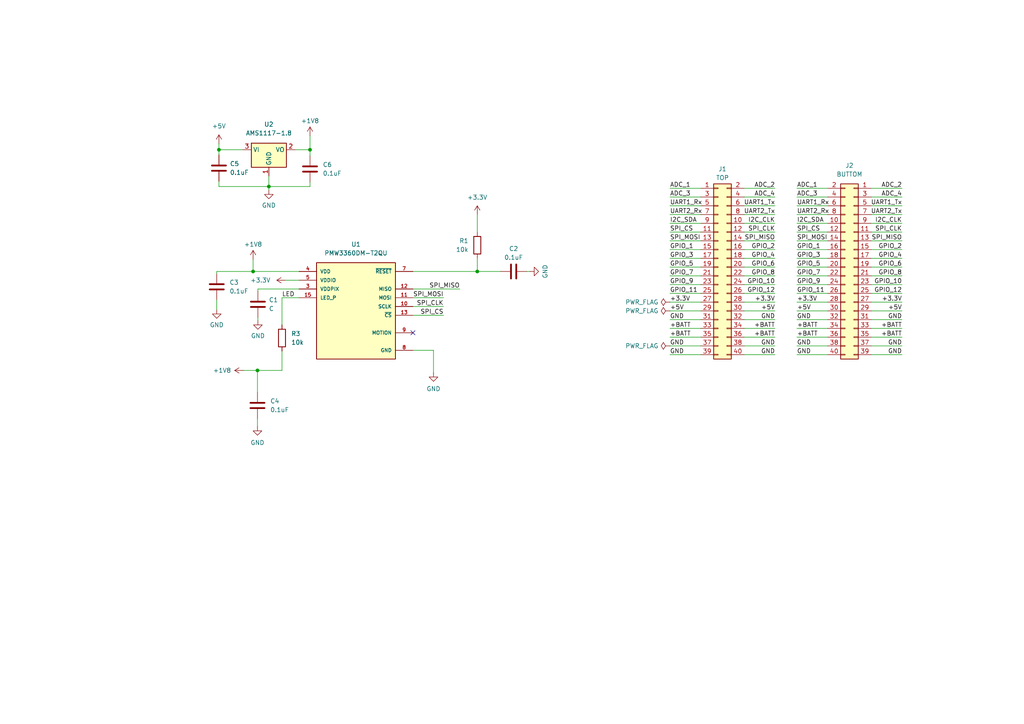
<source format=kicad_sch>
(kicad_sch (version 20230121) (generator eeschema)

  (uuid 988ee502-8596-4ebe-9b99-0eb76e7d156a)

  (paper "A4")

  (lib_symbols
    (symbol "Connector_Generic:Conn_02x20_Odd_Even" (pin_names (offset 1.016) hide) (in_bom yes) (on_board yes)
      (property "Reference" "J" (at 1.27 25.4 0)
        (effects (font (size 1.27 1.27)))
      )
      (property "Value" "Conn_02x20_Odd_Even" (at 1.27 -27.94 0)
        (effects (font (size 1.27 1.27)))
      )
      (property "Footprint" "" (at 0 0 0)
        (effects (font (size 1.27 1.27)) hide)
      )
      (property "Datasheet" "~" (at 0 0 0)
        (effects (font (size 1.27 1.27)) hide)
      )
      (property "ki_keywords" "connector" (at 0 0 0)
        (effects (font (size 1.27 1.27)) hide)
      )
      (property "ki_description" "Generic connector, double row, 02x20, odd/even pin numbering scheme (row 1 odd numbers, row 2 even numbers), script generated (kicad-library-utils/schlib/autogen/connector/)" (at 0 0 0)
        (effects (font (size 1.27 1.27)) hide)
      )
      (property "ki_fp_filters" "Connector*:*_2x??_*" (at 0 0 0)
        (effects (font (size 1.27 1.27)) hide)
      )
      (symbol "Conn_02x20_Odd_Even_1_1"
        (rectangle (start -1.27 -25.273) (end 0 -25.527)
          (stroke (width 0.1524) (type default))
          (fill (type none))
        )
        (rectangle (start -1.27 -22.733) (end 0 -22.987)
          (stroke (width 0.1524) (type default))
          (fill (type none))
        )
        (rectangle (start -1.27 -20.193) (end 0 -20.447)
          (stroke (width 0.1524) (type default))
          (fill (type none))
        )
        (rectangle (start -1.27 -17.653) (end 0 -17.907)
          (stroke (width 0.1524) (type default))
          (fill (type none))
        )
        (rectangle (start -1.27 -15.113) (end 0 -15.367)
          (stroke (width 0.1524) (type default))
          (fill (type none))
        )
        (rectangle (start -1.27 -12.573) (end 0 -12.827)
          (stroke (width 0.1524) (type default))
          (fill (type none))
        )
        (rectangle (start -1.27 -10.033) (end 0 -10.287)
          (stroke (width 0.1524) (type default))
          (fill (type none))
        )
        (rectangle (start -1.27 -7.493) (end 0 -7.747)
          (stroke (width 0.1524) (type default))
          (fill (type none))
        )
        (rectangle (start -1.27 -4.953) (end 0 -5.207)
          (stroke (width 0.1524) (type default))
          (fill (type none))
        )
        (rectangle (start -1.27 -2.413) (end 0 -2.667)
          (stroke (width 0.1524) (type default))
          (fill (type none))
        )
        (rectangle (start -1.27 0.127) (end 0 -0.127)
          (stroke (width 0.1524) (type default))
          (fill (type none))
        )
        (rectangle (start -1.27 2.667) (end 0 2.413)
          (stroke (width 0.1524) (type default))
          (fill (type none))
        )
        (rectangle (start -1.27 5.207) (end 0 4.953)
          (stroke (width 0.1524) (type default))
          (fill (type none))
        )
        (rectangle (start -1.27 7.747) (end 0 7.493)
          (stroke (width 0.1524) (type default))
          (fill (type none))
        )
        (rectangle (start -1.27 10.287) (end 0 10.033)
          (stroke (width 0.1524) (type default))
          (fill (type none))
        )
        (rectangle (start -1.27 12.827) (end 0 12.573)
          (stroke (width 0.1524) (type default))
          (fill (type none))
        )
        (rectangle (start -1.27 15.367) (end 0 15.113)
          (stroke (width 0.1524) (type default))
          (fill (type none))
        )
        (rectangle (start -1.27 17.907) (end 0 17.653)
          (stroke (width 0.1524) (type default))
          (fill (type none))
        )
        (rectangle (start -1.27 20.447) (end 0 20.193)
          (stroke (width 0.1524) (type default))
          (fill (type none))
        )
        (rectangle (start -1.27 22.987) (end 0 22.733)
          (stroke (width 0.1524) (type default))
          (fill (type none))
        )
        (rectangle (start -1.27 24.13) (end 3.81 -26.67)
          (stroke (width 0.254) (type default))
          (fill (type background))
        )
        (rectangle (start 3.81 -25.273) (end 2.54 -25.527)
          (stroke (width 0.1524) (type default))
          (fill (type none))
        )
        (rectangle (start 3.81 -22.733) (end 2.54 -22.987)
          (stroke (width 0.1524) (type default))
          (fill (type none))
        )
        (rectangle (start 3.81 -20.193) (end 2.54 -20.447)
          (stroke (width 0.1524) (type default))
          (fill (type none))
        )
        (rectangle (start 3.81 -17.653) (end 2.54 -17.907)
          (stroke (width 0.1524) (type default))
          (fill (type none))
        )
        (rectangle (start 3.81 -15.113) (end 2.54 -15.367)
          (stroke (width 0.1524) (type default))
          (fill (type none))
        )
        (rectangle (start 3.81 -12.573) (end 2.54 -12.827)
          (stroke (width 0.1524) (type default))
          (fill (type none))
        )
        (rectangle (start 3.81 -10.033) (end 2.54 -10.287)
          (stroke (width 0.1524) (type default))
          (fill (type none))
        )
        (rectangle (start 3.81 -7.493) (end 2.54 -7.747)
          (stroke (width 0.1524) (type default))
          (fill (type none))
        )
        (rectangle (start 3.81 -4.953) (end 2.54 -5.207)
          (stroke (width 0.1524) (type default))
          (fill (type none))
        )
        (rectangle (start 3.81 -2.413) (end 2.54 -2.667)
          (stroke (width 0.1524) (type default))
          (fill (type none))
        )
        (rectangle (start 3.81 0.127) (end 2.54 -0.127)
          (stroke (width 0.1524) (type default))
          (fill (type none))
        )
        (rectangle (start 3.81 2.667) (end 2.54 2.413)
          (stroke (width 0.1524) (type default))
          (fill (type none))
        )
        (rectangle (start 3.81 5.207) (end 2.54 4.953)
          (stroke (width 0.1524) (type default))
          (fill (type none))
        )
        (rectangle (start 3.81 7.747) (end 2.54 7.493)
          (stroke (width 0.1524) (type default))
          (fill (type none))
        )
        (rectangle (start 3.81 10.287) (end 2.54 10.033)
          (stroke (width 0.1524) (type default))
          (fill (type none))
        )
        (rectangle (start 3.81 12.827) (end 2.54 12.573)
          (stroke (width 0.1524) (type default))
          (fill (type none))
        )
        (rectangle (start 3.81 15.367) (end 2.54 15.113)
          (stroke (width 0.1524) (type default))
          (fill (type none))
        )
        (rectangle (start 3.81 17.907) (end 2.54 17.653)
          (stroke (width 0.1524) (type default))
          (fill (type none))
        )
        (rectangle (start 3.81 20.447) (end 2.54 20.193)
          (stroke (width 0.1524) (type default))
          (fill (type none))
        )
        (rectangle (start 3.81 22.987) (end 2.54 22.733)
          (stroke (width 0.1524) (type default))
          (fill (type none))
        )
        (pin passive line (at -5.08 22.86 0) (length 3.81)
          (name "Pin_1" (effects (font (size 1.27 1.27))))
          (number "1" (effects (font (size 1.27 1.27))))
        )
        (pin passive line (at 7.62 12.7 180) (length 3.81)
          (name "Pin_10" (effects (font (size 1.27 1.27))))
          (number "10" (effects (font (size 1.27 1.27))))
        )
        (pin passive line (at -5.08 10.16 0) (length 3.81)
          (name "Pin_11" (effects (font (size 1.27 1.27))))
          (number "11" (effects (font (size 1.27 1.27))))
        )
        (pin passive line (at 7.62 10.16 180) (length 3.81)
          (name "Pin_12" (effects (font (size 1.27 1.27))))
          (number "12" (effects (font (size 1.27 1.27))))
        )
        (pin passive line (at -5.08 7.62 0) (length 3.81)
          (name "Pin_13" (effects (font (size 1.27 1.27))))
          (number "13" (effects (font (size 1.27 1.27))))
        )
        (pin passive line (at 7.62 7.62 180) (length 3.81)
          (name "Pin_14" (effects (font (size 1.27 1.27))))
          (number "14" (effects (font (size 1.27 1.27))))
        )
        (pin passive line (at -5.08 5.08 0) (length 3.81)
          (name "Pin_15" (effects (font (size 1.27 1.27))))
          (number "15" (effects (font (size 1.27 1.27))))
        )
        (pin passive line (at 7.62 5.08 180) (length 3.81)
          (name "Pin_16" (effects (font (size 1.27 1.27))))
          (number "16" (effects (font (size 1.27 1.27))))
        )
        (pin passive line (at -5.08 2.54 0) (length 3.81)
          (name "Pin_17" (effects (font (size 1.27 1.27))))
          (number "17" (effects (font (size 1.27 1.27))))
        )
        (pin passive line (at 7.62 2.54 180) (length 3.81)
          (name "Pin_18" (effects (font (size 1.27 1.27))))
          (number "18" (effects (font (size 1.27 1.27))))
        )
        (pin passive line (at -5.08 0 0) (length 3.81)
          (name "Pin_19" (effects (font (size 1.27 1.27))))
          (number "19" (effects (font (size 1.27 1.27))))
        )
        (pin passive line (at 7.62 22.86 180) (length 3.81)
          (name "Pin_2" (effects (font (size 1.27 1.27))))
          (number "2" (effects (font (size 1.27 1.27))))
        )
        (pin passive line (at 7.62 0 180) (length 3.81)
          (name "Pin_20" (effects (font (size 1.27 1.27))))
          (number "20" (effects (font (size 1.27 1.27))))
        )
        (pin passive line (at -5.08 -2.54 0) (length 3.81)
          (name "Pin_21" (effects (font (size 1.27 1.27))))
          (number "21" (effects (font (size 1.27 1.27))))
        )
        (pin passive line (at 7.62 -2.54 180) (length 3.81)
          (name "Pin_22" (effects (font (size 1.27 1.27))))
          (number "22" (effects (font (size 1.27 1.27))))
        )
        (pin passive line (at -5.08 -5.08 0) (length 3.81)
          (name "Pin_23" (effects (font (size 1.27 1.27))))
          (number "23" (effects (font (size 1.27 1.27))))
        )
        (pin passive line (at 7.62 -5.08 180) (length 3.81)
          (name "Pin_24" (effects (font (size 1.27 1.27))))
          (number "24" (effects (font (size 1.27 1.27))))
        )
        (pin passive line (at -5.08 -7.62 0) (length 3.81)
          (name "Pin_25" (effects (font (size 1.27 1.27))))
          (number "25" (effects (font (size 1.27 1.27))))
        )
        (pin passive line (at 7.62 -7.62 180) (length 3.81)
          (name "Pin_26" (effects (font (size 1.27 1.27))))
          (number "26" (effects (font (size 1.27 1.27))))
        )
        (pin passive line (at -5.08 -10.16 0) (length 3.81)
          (name "Pin_27" (effects (font (size 1.27 1.27))))
          (number "27" (effects (font (size 1.27 1.27))))
        )
        (pin passive line (at 7.62 -10.16 180) (length 3.81)
          (name "Pin_28" (effects (font (size 1.27 1.27))))
          (number "28" (effects (font (size 1.27 1.27))))
        )
        (pin passive line (at -5.08 -12.7 0) (length 3.81)
          (name "Pin_29" (effects (font (size 1.27 1.27))))
          (number "29" (effects (font (size 1.27 1.27))))
        )
        (pin passive line (at -5.08 20.32 0) (length 3.81)
          (name "Pin_3" (effects (font (size 1.27 1.27))))
          (number "3" (effects (font (size 1.27 1.27))))
        )
        (pin passive line (at 7.62 -12.7 180) (length 3.81)
          (name "Pin_30" (effects (font (size 1.27 1.27))))
          (number "30" (effects (font (size 1.27 1.27))))
        )
        (pin passive line (at -5.08 -15.24 0) (length 3.81)
          (name "Pin_31" (effects (font (size 1.27 1.27))))
          (number "31" (effects (font (size 1.27 1.27))))
        )
        (pin passive line (at 7.62 -15.24 180) (length 3.81)
          (name "Pin_32" (effects (font (size 1.27 1.27))))
          (number "32" (effects (font (size 1.27 1.27))))
        )
        (pin passive line (at -5.08 -17.78 0) (length 3.81)
          (name "Pin_33" (effects (font (size 1.27 1.27))))
          (number "33" (effects (font (size 1.27 1.27))))
        )
        (pin passive line (at 7.62 -17.78 180) (length 3.81)
          (name "Pin_34" (effects (font (size 1.27 1.27))))
          (number "34" (effects (font (size 1.27 1.27))))
        )
        (pin passive line (at -5.08 -20.32 0) (length 3.81)
          (name "Pin_35" (effects (font (size 1.27 1.27))))
          (number "35" (effects (font (size 1.27 1.27))))
        )
        (pin passive line (at 7.62 -20.32 180) (length 3.81)
          (name "Pin_36" (effects (font (size 1.27 1.27))))
          (number "36" (effects (font (size 1.27 1.27))))
        )
        (pin passive line (at -5.08 -22.86 0) (length 3.81)
          (name "Pin_37" (effects (font (size 1.27 1.27))))
          (number "37" (effects (font (size 1.27 1.27))))
        )
        (pin passive line (at 7.62 -22.86 180) (length 3.81)
          (name "Pin_38" (effects (font (size 1.27 1.27))))
          (number "38" (effects (font (size 1.27 1.27))))
        )
        (pin passive line (at -5.08 -25.4 0) (length 3.81)
          (name "Pin_39" (effects (font (size 1.27 1.27))))
          (number "39" (effects (font (size 1.27 1.27))))
        )
        (pin passive line (at 7.62 20.32 180) (length 3.81)
          (name "Pin_4" (effects (font (size 1.27 1.27))))
          (number "4" (effects (font (size 1.27 1.27))))
        )
        (pin passive line (at 7.62 -25.4 180) (length 3.81)
          (name "Pin_40" (effects (font (size 1.27 1.27))))
          (number "40" (effects (font (size 1.27 1.27))))
        )
        (pin passive line (at -5.08 17.78 0) (length 3.81)
          (name "Pin_5" (effects (font (size 1.27 1.27))))
          (number "5" (effects (font (size 1.27 1.27))))
        )
        (pin passive line (at 7.62 17.78 180) (length 3.81)
          (name "Pin_6" (effects (font (size 1.27 1.27))))
          (number "6" (effects (font (size 1.27 1.27))))
        )
        (pin passive line (at -5.08 15.24 0) (length 3.81)
          (name "Pin_7" (effects (font (size 1.27 1.27))))
          (number "7" (effects (font (size 1.27 1.27))))
        )
        (pin passive line (at 7.62 15.24 180) (length 3.81)
          (name "Pin_8" (effects (font (size 1.27 1.27))))
          (number "8" (effects (font (size 1.27 1.27))))
        )
        (pin passive line (at -5.08 12.7 0) (length 3.81)
          (name "Pin_9" (effects (font (size 1.27 1.27))))
          (number "9" (effects (font (size 1.27 1.27))))
        )
      )
    )
    (symbol "Device:C" (pin_numbers hide) (pin_names (offset 0.254)) (in_bom yes) (on_board yes)
      (property "Reference" "C" (at 0.635 2.54 0)
        (effects (font (size 1.27 1.27)) (justify left))
      )
      (property "Value" "C" (at 0.635 -2.54 0)
        (effects (font (size 1.27 1.27)) (justify left))
      )
      (property "Footprint" "" (at 0.9652 -3.81 0)
        (effects (font (size 1.27 1.27)) hide)
      )
      (property "Datasheet" "~" (at 0 0 0)
        (effects (font (size 1.27 1.27)) hide)
      )
      (property "ki_keywords" "cap capacitor" (at 0 0 0)
        (effects (font (size 1.27 1.27)) hide)
      )
      (property "ki_description" "Unpolarized capacitor" (at 0 0 0)
        (effects (font (size 1.27 1.27)) hide)
      )
      (property "ki_fp_filters" "C_*" (at 0 0 0)
        (effects (font (size 1.27 1.27)) hide)
      )
      (symbol "C_0_1"
        (polyline
          (pts
            (xy -2.032 -0.762)
            (xy 2.032 -0.762)
          )
          (stroke (width 0.508) (type default))
          (fill (type none))
        )
        (polyline
          (pts
            (xy -2.032 0.762)
            (xy 2.032 0.762)
          )
          (stroke (width 0.508) (type default))
          (fill (type none))
        )
      )
      (symbol "C_1_1"
        (pin passive line (at 0 3.81 270) (length 2.794)
          (name "~" (effects (font (size 1.27 1.27))))
          (number "1" (effects (font (size 1.27 1.27))))
        )
        (pin passive line (at 0 -3.81 90) (length 2.794)
          (name "~" (effects (font (size 1.27 1.27))))
          (number "2" (effects (font (size 1.27 1.27))))
        )
      )
    )
    (symbol "Device:R" (pin_numbers hide) (pin_names (offset 0)) (in_bom yes) (on_board yes)
      (property "Reference" "R" (at 2.032 0 90)
        (effects (font (size 1.27 1.27)))
      )
      (property "Value" "R" (at 0 0 90)
        (effects (font (size 1.27 1.27)))
      )
      (property "Footprint" "" (at -1.778 0 90)
        (effects (font (size 1.27 1.27)) hide)
      )
      (property "Datasheet" "~" (at 0 0 0)
        (effects (font (size 1.27 1.27)) hide)
      )
      (property "ki_keywords" "R res resistor" (at 0 0 0)
        (effects (font (size 1.27 1.27)) hide)
      )
      (property "ki_description" "Resistor" (at 0 0 0)
        (effects (font (size 1.27 1.27)) hide)
      )
      (property "ki_fp_filters" "R_*" (at 0 0 0)
        (effects (font (size 1.27 1.27)) hide)
      )
      (symbol "R_0_1"
        (rectangle (start -1.016 -2.54) (end 1.016 2.54)
          (stroke (width 0.254) (type default))
          (fill (type none))
        )
      )
      (symbol "R_1_1"
        (pin passive line (at 0 3.81 270) (length 1.27)
          (name "~" (effects (font (size 1.27 1.27))))
          (number "1" (effects (font (size 1.27 1.27))))
        )
        (pin passive line (at 0 -3.81 90) (length 1.27)
          (name "~" (effects (font (size 1.27 1.27))))
          (number "2" (effects (font (size 1.27 1.27))))
        )
      )
    )
    (symbol "PMW3360DM:PMW3360DM-T2QU" (pin_names (offset 1.016)) (in_bom yes) (on_board yes)
      (property "Reference" "U" (at -12.7 13.335 0)
        (effects (font (size 1.27 1.27)) (justify left bottom))
      )
      (property "Value" "PMW3360DM-T2QU" (at -12.7 -17.78 0)
        (effects (font (size 1.27 1.27)) (justify left bottom))
      )
      (property "Footprint" "" (at 0 0 0)
        (effects (font (size 1.27 1.27)) hide)
      )
      (property "Datasheet" "" (at 0 0 0)
        (effects (font (size 1.27 1.27)) hide)
      )
      (property "MANUFACTURER_NAME" "PixArt Imaging Inc." (at 0 0 0)
        (effects (font (size 1.27 1.27)) (justify bottom) hide)
      )
      (property "MOUSER_PRICE-STOCK" "" (at 0 0 0)
        (effects (font (size 1.27 1.27)) (justify bottom) hide)
      )
      (property "DESCRIPTION" "Optical gaming navigation sensor" (at 0 0 0)
        (effects (font (size 1.27 1.27)) (justify bottom) hide)
      )
      (property "MOUSER_PART_NUMBER" "" (at 0 0 0)
        (effects (font (size 1.27 1.27)) (justify bottom) hide)
      )
      (property "HEIGHT" "mm" (at 0 0 0)
        (effects (font (size 1.27 1.27)) (justify bottom) hide)
      )
      (property "ARROW_PRICE-STOCK" "" (at 0 0 0)
        (effects (font (size 1.27 1.27)) (justify bottom) hide)
      )
      (property "ARROW_PART_NUMBER" "" (at 0 0 0)
        (effects (font (size 1.27 1.27)) (justify bottom) hide)
      )
      (property "MANUFACTURER_PART_NUMBER" "PMW3360DM-T2QU" (at 0 0 0)
        (effects (font (size 1.27 1.27)) (justify bottom) hide)
      )
      (symbol "PMW3360DM-T2QU_0_0"
        (rectangle (start -12.7 -15.24) (end 10.16 12.7)
          (stroke (width 0.254) (type default))
          (fill (type background))
        )
        (pin bidirectional line (at 15.24 0 180) (length 5.08)
          (name "SCLK" (effects (font (size 1.016 1.016))))
          (number "10" (effects (font (size 1.016 1.016))))
        )
        (pin bidirectional line (at 15.24 2.54 180) (length 5.08)
          (name "MOSI" (effects (font (size 1.016 1.016))))
          (number "11" (effects (font (size 1.016 1.016))))
        )
        (pin bidirectional line (at 15.24 5.08 180) (length 5.08)
          (name "MISO" (effects (font (size 1.016 1.016))))
          (number "12" (effects (font (size 1.016 1.016))))
        )
        (pin bidirectional line (at 15.24 -2.54 180) (length 5.08)
          (name "~{CS}" (effects (font (size 1.016 1.016))))
          (number "13" (effects (font (size 1.016 1.016))))
        )
        (pin bidirectional line (at -17.78 2.54 0) (length 5.08)
          (name "LED_P" (effects (font (size 1.016 1.016))))
          (number "15" (effects (font (size 1.016 1.016))))
        )
        (pin bidirectional line (at -17.78 5.08 0) (length 5.08)
          (name "VDDPIX" (effects (font (size 1.016 1.016))))
          (number "3" (effects (font (size 1.016 1.016))))
        )
        (pin bidirectional line (at -17.78 10.16 0) (length 5.08)
          (name "VDD" (effects (font (size 1.016 1.016))))
          (number "4" (effects (font (size 1.016 1.016))))
        )
        (pin bidirectional line (at -17.78 7.62 0) (length 5.08)
          (name "VDDIO" (effects (font (size 1.016 1.016))))
          (number "5" (effects (font (size 1.016 1.016))))
        )
        (pin bidirectional line (at 15.24 10.16 180) (length 5.08)
          (name "~{RESET}" (effects (font (size 1.016 1.016))))
          (number "7" (effects (font (size 1.016 1.016))))
        )
        (pin bidirectional line (at 15.24 -12.7 180) (length 5.08)
          (name "GND" (effects (font (size 1.016 1.016))))
          (number "8" (effects (font (size 1.016 1.016))))
        )
        (pin bidirectional line (at 15.24 -7.62 180) (length 5.08)
          (name "MOTION" (effects (font (size 1.016 1.016))))
          (number "9" (effects (font (size 1.016 1.016))))
        )
      )
    )
    (symbol "Regulator_Linear:AMS1117-1.8" (in_bom yes) (on_board yes)
      (property "Reference" "U" (at -3.81 3.175 0)
        (effects (font (size 1.27 1.27)))
      )
      (property "Value" "AMS1117-1.8" (at 0 3.175 0)
        (effects (font (size 1.27 1.27)) (justify left))
      )
      (property "Footprint" "Package_TO_SOT_SMD:SOT-223-3_TabPin2" (at 0 5.08 0)
        (effects (font (size 1.27 1.27)) hide)
      )
      (property "Datasheet" "http://www.advanced-monolithic.com/pdf/ds1117.pdf" (at 2.54 -6.35 0)
        (effects (font (size 1.27 1.27)) hide)
      )
      (property "ki_keywords" "linear regulator ldo fixed positive" (at 0 0 0)
        (effects (font (size 1.27 1.27)) hide)
      )
      (property "ki_description" "1A Low Dropout regulator, positive, 1.8V fixed output, SOT-223" (at 0 0 0)
        (effects (font (size 1.27 1.27)) hide)
      )
      (property "ki_fp_filters" "SOT?223*TabPin2*" (at 0 0 0)
        (effects (font (size 1.27 1.27)) hide)
      )
      (symbol "AMS1117-1.8_0_1"
        (rectangle (start -5.08 -5.08) (end 5.08 1.905)
          (stroke (width 0.254) (type default))
          (fill (type background))
        )
      )
      (symbol "AMS1117-1.8_1_1"
        (pin power_in line (at 0 -7.62 90) (length 2.54)
          (name "GND" (effects (font (size 1.27 1.27))))
          (number "1" (effects (font (size 1.27 1.27))))
        )
        (pin power_out line (at 7.62 0 180) (length 2.54)
          (name "VO" (effects (font (size 1.27 1.27))))
          (number "2" (effects (font (size 1.27 1.27))))
        )
        (pin power_in line (at -7.62 0 0) (length 2.54)
          (name "VI" (effects (font (size 1.27 1.27))))
          (number "3" (effects (font (size 1.27 1.27))))
        )
      )
    )
    (symbol "power:+1V8" (power) (pin_names (offset 0)) (in_bom yes) (on_board yes)
      (property "Reference" "#PWR" (at 0 -3.81 0)
        (effects (font (size 1.27 1.27)) hide)
      )
      (property "Value" "+1V8" (at 0 3.556 0)
        (effects (font (size 1.27 1.27)))
      )
      (property "Footprint" "" (at 0 0 0)
        (effects (font (size 1.27 1.27)) hide)
      )
      (property "Datasheet" "" (at 0 0 0)
        (effects (font (size 1.27 1.27)) hide)
      )
      (property "ki_keywords" "global power" (at 0 0 0)
        (effects (font (size 1.27 1.27)) hide)
      )
      (property "ki_description" "Power symbol creates a global label with name \"+1V8\"" (at 0 0 0)
        (effects (font (size 1.27 1.27)) hide)
      )
      (symbol "+1V8_0_1"
        (polyline
          (pts
            (xy -0.762 1.27)
            (xy 0 2.54)
          )
          (stroke (width 0) (type default))
          (fill (type none))
        )
        (polyline
          (pts
            (xy 0 0)
            (xy 0 2.54)
          )
          (stroke (width 0) (type default))
          (fill (type none))
        )
        (polyline
          (pts
            (xy 0 2.54)
            (xy 0.762 1.27)
          )
          (stroke (width 0) (type default))
          (fill (type none))
        )
      )
      (symbol "+1V8_1_1"
        (pin power_in line (at 0 0 90) (length 0) hide
          (name "+1V8" (effects (font (size 1.27 1.27))))
          (number "1" (effects (font (size 1.27 1.27))))
        )
      )
    )
    (symbol "power:+3.3V" (power) (pin_names (offset 0)) (in_bom yes) (on_board yes)
      (property "Reference" "#PWR" (at 0 -3.81 0)
        (effects (font (size 1.27 1.27)) hide)
      )
      (property "Value" "+3.3V" (at 0 3.556 0)
        (effects (font (size 1.27 1.27)))
      )
      (property "Footprint" "" (at 0 0 0)
        (effects (font (size 1.27 1.27)) hide)
      )
      (property "Datasheet" "" (at 0 0 0)
        (effects (font (size 1.27 1.27)) hide)
      )
      (property "ki_keywords" "global power" (at 0 0 0)
        (effects (font (size 1.27 1.27)) hide)
      )
      (property "ki_description" "Power symbol creates a global label with name \"+3.3V\"" (at 0 0 0)
        (effects (font (size 1.27 1.27)) hide)
      )
      (symbol "+3.3V_0_1"
        (polyline
          (pts
            (xy -0.762 1.27)
            (xy 0 2.54)
          )
          (stroke (width 0) (type default))
          (fill (type none))
        )
        (polyline
          (pts
            (xy 0 0)
            (xy 0 2.54)
          )
          (stroke (width 0) (type default))
          (fill (type none))
        )
        (polyline
          (pts
            (xy 0 2.54)
            (xy 0.762 1.27)
          )
          (stroke (width 0) (type default))
          (fill (type none))
        )
      )
      (symbol "+3.3V_1_1"
        (pin power_in line (at 0 0 90) (length 0) hide
          (name "+3.3V" (effects (font (size 1.27 1.27))))
          (number "1" (effects (font (size 1.27 1.27))))
        )
      )
    )
    (symbol "power:+5V" (power) (pin_names (offset 0)) (in_bom yes) (on_board yes)
      (property "Reference" "#PWR" (at 0 -3.81 0)
        (effects (font (size 1.27 1.27)) hide)
      )
      (property "Value" "+5V" (at 0 3.556 0)
        (effects (font (size 1.27 1.27)))
      )
      (property "Footprint" "" (at 0 0 0)
        (effects (font (size 1.27 1.27)) hide)
      )
      (property "Datasheet" "" (at 0 0 0)
        (effects (font (size 1.27 1.27)) hide)
      )
      (property "ki_keywords" "global power" (at 0 0 0)
        (effects (font (size 1.27 1.27)) hide)
      )
      (property "ki_description" "Power symbol creates a global label with name \"+5V\"" (at 0 0 0)
        (effects (font (size 1.27 1.27)) hide)
      )
      (symbol "+5V_0_1"
        (polyline
          (pts
            (xy -0.762 1.27)
            (xy 0 2.54)
          )
          (stroke (width 0) (type default))
          (fill (type none))
        )
        (polyline
          (pts
            (xy 0 0)
            (xy 0 2.54)
          )
          (stroke (width 0) (type default))
          (fill (type none))
        )
        (polyline
          (pts
            (xy 0 2.54)
            (xy 0.762 1.27)
          )
          (stroke (width 0) (type default))
          (fill (type none))
        )
      )
      (symbol "+5V_1_1"
        (pin power_in line (at 0 0 90) (length 0) hide
          (name "+5V" (effects (font (size 1.27 1.27))))
          (number "1" (effects (font (size 1.27 1.27))))
        )
      )
    )
    (symbol "power:GND" (power) (pin_names (offset 0)) (in_bom yes) (on_board yes)
      (property "Reference" "#PWR" (at 0 -6.35 0)
        (effects (font (size 1.27 1.27)) hide)
      )
      (property "Value" "GND" (at 0 -3.81 0)
        (effects (font (size 1.27 1.27)))
      )
      (property "Footprint" "" (at 0 0 0)
        (effects (font (size 1.27 1.27)) hide)
      )
      (property "Datasheet" "" (at 0 0 0)
        (effects (font (size 1.27 1.27)) hide)
      )
      (property "ki_keywords" "global power" (at 0 0 0)
        (effects (font (size 1.27 1.27)) hide)
      )
      (property "ki_description" "Power symbol creates a global label with name \"GND\" , ground" (at 0 0 0)
        (effects (font (size 1.27 1.27)) hide)
      )
      (symbol "GND_0_1"
        (polyline
          (pts
            (xy 0 0)
            (xy 0 -1.27)
            (xy 1.27 -1.27)
            (xy 0 -2.54)
            (xy -1.27 -1.27)
            (xy 0 -1.27)
          )
          (stroke (width 0) (type default))
          (fill (type none))
        )
      )
      (symbol "GND_1_1"
        (pin power_in line (at 0 0 270) (length 0) hide
          (name "GND" (effects (font (size 1.27 1.27))))
          (number "1" (effects (font (size 1.27 1.27))))
        )
      )
    )
    (symbol "power:PWR_FLAG" (power) (pin_numbers hide) (pin_names (offset 0) hide) (in_bom yes) (on_board yes)
      (property "Reference" "#FLG" (at 0 1.905 0)
        (effects (font (size 1.27 1.27)) hide)
      )
      (property "Value" "PWR_FLAG" (at 0 3.81 0)
        (effects (font (size 1.27 1.27)))
      )
      (property "Footprint" "" (at 0 0 0)
        (effects (font (size 1.27 1.27)) hide)
      )
      (property "Datasheet" "~" (at 0 0 0)
        (effects (font (size 1.27 1.27)) hide)
      )
      (property "ki_keywords" "flag power" (at 0 0 0)
        (effects (font (size 1.27 1.27)) hide)
      )
      (property "ki_description" "Special symbol for telling ERC where power comes from" (at 0 0 0)
        (effects (font (size 1.27 1.27)) hide)
      )
      (symbol "PWR_FLAG_0_0"
        (pin power_out line (at 0 0 90) (length 0)
          (name "pwr" (effects (font (size 1.27 1.27))))
          (number "1" (effects (font (size 1.27 1.27))))
        )
      )
      (symbol "PWR_FLAG_0_1"
        (polyline
          (pts
            (xy 0 0)
            (xy 0 1.27)
            (xy -1.016 1.905)
            (xy 0 2.54)
            (xy 1.016 1.905)
            (xy 0 1.27)
          )
          (stroke (width 0) (type default))
          (fill (type none))
        )
      )
    )
  )

  (junction (at 74.676 107.442) (diameter 0) (color 0 0 0 0)
    (uuid 549bb12f-4c2e-4fe6-a563-cd314e67c2bd)
  )
  (junction (at 77.978 54.102) (diameter 0) (color 0 0 0 0)
    (uuid 637d487a-c42c-4824-a054-62b85ca0e654)
  )
  (junction (at 73.406 78.74) (diameter 0) (color 0 0 0 0)
    (uuid 6a9a83de-e68c-4caa-a752-1e0a9033bb43)
  )
  (junction (at 138.43 78.74) (diameter 0) (color 0 0 0 0)
    (uuid 87008129-f43e-4bb0-b6ec-947390fc0d88)
  )
  (junction (at 63.5 43.434) (diameter 0) (color 0 0 0 0)
    (uuid 9f65b179-369e-4584-b09b-80b49d8eae34)
  )
  (junction (at 89.916 43.434) (diameter 0) (color 0 0 0 0)
    (uuid cfd2e844-7af5-4417-b891-d29183ae1706)
  )

  (no_connect (at 119.761 96.52) (uuid bfa0716e-edac-48b7-ac3a-1d1eb5ec3f75))

  (wire (pts (xy 74.676 123.698) (xy 74.676 121.412))
    (stroke (width 0) (type default))
    (uuid 028dfb8c-4814-4029-8af5-afc75c33fc09)
  )
  (wire (pts (xy 194.31 80.01) (xy 203.2 80.01))
    (stroke (width 0) (type default))
    (uuid 03187d43-87eb-4cd3-a51d-f304f1154cba)
  )
  (wire (pts (xy 194.31 85.09) (xy 203.2 85.09))
    (stroke (width 0) (type default))
    (uuid 05312edf-2a90-4ef7-809d-1c0cf3c82451)
  )
  (wire (pts (xy 194.31 77.47) (xy 203.2 77.47))
    (stroke (width 0) (type default))
    (uuid 061d7c8b-4d81-49d3-99ee-2c2793af991a)
  )
  (wire (pts (xy 63.5 43.434) (xy 63.5 44.958))
    (stroke (width 0) (type default))
    (uuid 09f5a63b-4cd7-4914-8171-b3a9646c6969)
  )
  (wire (pts (xy 224.79 90.17) (xy 215.9 90.17))
    (stroke (width 0) (type default))
    (uuid 09f699f7-208b-4bd5-aeac-8f69bcc20cac)
  )
  (wire (pts (xy 74.676 107.442) (xy 81.788 107.442))
    (stroke (width 0) (type default))
    (uuid 0ca0000f-e4d3-4564-a9d3-4ff3703cc105)
  )
  (wire (pts (xy 194.31 92.71) (xy 203.2 92.71))
    (stroke (width 0) (type default))
    (uuid 0d3d31ab-0820-4e29-9958-428cfc9b98e0)
  )
  (wire (pts (xy 194.31 62.23) (xy 203.2 62.23))
    (stroke (width 0) (type default))
    (uuid 0e496764-4f03-4475-a61f-fd74255ad21a)
  )
  (wire (pts (xy 194.31 69.85) (xy 203.2 69.85))
    (stroke (width 0) (type default))
    (uuid 0f619d46-bbc3-41de-bdb9-806a3a04cfad)
  )
  (wire (pts (xy 261.62 82.55) (xy 252.73 82.55))
    (stroke (width 0) (type default))
    (uuid 1417a9fd-22ae-4f2b-a49e-37ba77db54bf)
  )
  (wire (pts (xy 194.31 97.79) (xy 203.2 97.79))
    (stroke (width 0) (type default))
    (uuid 1497d5a3-b7cf-4ced-95da-bbbee2224d72)
  )
  (wire (pts (xy 261.62 92.71) (xy 252.73 92.71))
    (stroke (width 0) (type default))
    (uuid 14aafbd4-f66b-47f8-a5ed-6cc01d56cab2)
  )
  (wire (pts (xy 119.761 83.82) (xy 133.35 83.82))
    (stroke (width 0) (type default))
    (uuid 17d16f7b-fd61-460e-8f27-52e40766e934)
  )
  (wire (pts (xy 224.79 95.25) (xy 215.9 95.25))
    (stroke (width 0) (type default))
    (uuid 1bf8a16f-9756-4cef-a689-9af9d04feddb)
  )
  (wire (pts (xy 261.62 62.23) (xy 252.73 62.23))
    (stroke (width 0) (type default))
    (uuid 20ef6786-f8ac-4543-beb4-ba2527cbcd20)
  )
  (wire (pts (xy 261.62 90.17) (xy 252.73 90.17))
    (stroke (width 0) (type default))
    (uuid 220c630a-9f1e-48bb-ad30-293123bae85c)
  )
  (wire (pts (xy 224.79 100.33) (xy 215.9 100.33))
    (stroke (width 0) (type default))
    (uuid 254ad4b9-63f2-415b-bd55-9e253598458a)
  )
  (wire (pts (xy 261.62 100.33) (xy 252.73 100.33))
    (stroke (width 0) (type default))
    (uuid 27405339-a1e2-4f9c-8456-bbf10b0e454a)
  )
  (wire (pts (xy 89.916 39.37) (xy 89.916 43.434))
    (stroke (width 0) (type default))
    (uuid 2744749e-980d-4cd9-ba3a-e0a2515efd43)
  )
  (wire (pts (xy 194.31 67.31) (xy 203.2 67.31))
    (stroke (width 0) (type default))
    (uuid 27aa4bfe-c610-4735-bdc0-d82f92c18fc7)
  )
  (wire (pts (xy 231.14 72.39) (xy 240.03 72.39))
    (stroke (width 0) (type default))
    (uuid 2816e545-086f-44a5-87fe-51df7ea3de2f)
  )
  (wire (pts (xy 85.598 43.434) (xy 89.916 43.434))
    (stroke (width 0) (type default))
    (uuid 28c7dd51-6324-4743-bf93-447f1dd2154f)
  )
  (wire (pts (xy 77.978 54.102) (xy 89.916 54.102))
    (stroke (width 0) (type default))
    (uuid 2b772cf8-87e6-4f5a-93b5-c0aa14c58f80)
  )
  (wire (pts (xy 63.5 52.578) (xy 63.5 54.102))
    (stroke (width 0) (type default))
    (uuid 2cb80c4e-cdfd-4958-b0a7-e65efd3120cd)
  )
  (wire (pts (xy 231.14 74.93) (xy 240.03 74.93))
    (stroke (width 0) (type default))
    (uuid 2e42cbb8-11c9-400c-a5a6-03fae769749f)
  )
  (wire (pts (xy 194.31 82.55) (xy 203.2 82.55))
    (stroke (width 0) (type default))
    (uuid 2e7a2cad-e64d-49f4-95e0-fde6d38bd5bc)
  )
  (wire (pts (xy 231.14 102.87) (xy 240.03 102.87))
    (stroke (width 0) (type default))
    (uuid 300dbaa1-ccb3-40de-9725-c89105ea40cd)
  )
  (wire (pts (xy 194.31 87.63) (xy 203.2 87.63))
    (stroke (width 0) (type default))
    (uuid 3078127b-7e1d-4771-8420-f3123a574b95)
  )
  (wire (pts (xy 194.31 64.77) (xy 203.2 64.77))
    (stroke (width 0) (type default))
    (uuid 33b44d4f-1d9b-4f9b-95cc-ceb6c0b5273b)
  )
  (wire (pts (xy 138.43 78.74) (xy 145.161 78.74))
    (stroke (width 0) (type default))
    (uuid 3439e086-9fb6-4aed-96b8-8aab3a93d77b)
  )
  (wire (pts (xy 63.5 54.102) (xy 77.978 54.102))
    (stroke (width 0) (type default))
    (uuid 34a219f0-4c3c-491b-a817-22fda8e4d36d)
  )
  (wire (pts (xy 224.79 54.61) (xy 215.9 54.61))
    (stroke (width 0) (type default))
    (uuid 35f536bf-76a9-4396-906e-da51128cc76c)
  )
  (wire (pts (xy 224.79 67.31) (xy 215.9 67.31))
    (stroke (width 0) (type default))
    (uuid 371e0f0e-cd1f-436a-b5a7-474a12694951)
  )
  (wire (pts (xy 261.62 59.69) (xy 252.73 59.69))
    (stroke (width 0) (type default))
    (uuid 3b83db31-3b23-49bb-9504-cd2d164b07e1)
  )
  (wire (pts (xy 74.803 92.075) (xy 74.803 92.964))
    (stroke (width 0) (type default))
    (uuid 3c2b723f-33f2-4382-a9f1-d7948fa96439)
  )
  (wire (pts (xy 224.79 69.85) (xy 215.9 69.85))
    (stroke (width 0) (type default))
    (uuid 3d34ae4e-53ea-45f3-8518-218cda1acce1)
  )
  (wire (pts (xy 231.14 69.85) (xy 240.03 69.85))
    (stroke (width 0) (type default))
    (uuid 3dfdcd85-2a34-436c-b22e-aaccd132e7a5)
  )
  (wire (pts (xy 224.79 87.63) (xy 215.9 87.63))
    (stroke (width 0) (type default))
    (uuid 40ffcf82-44dd-451c-8c76-2465b9b95c6c)
  )
  (wire (pts (xy 231.14 82.55) (xy 240.03 82.55))
    (stroke (width 0) (type default))
    (uuid 41de77bc-2b1a-4779-b6f7-5ef2a19072ed)
  )
  (wire (pts (xy 86.741 83.82) (xy 74.803 83.82))
    (stroke (width 0) (type default))
    (uuid 43bf15a3-7ffe-4895-af4b-0dbd43422912)
  )
  (wire (pts (xy 224.79 64.77) (xy 215.9 64.77))
    (stroke (width 0) (type default))
    (uuid 4b4bcf51-6b60-45f5-b0f9-5745718e6a1d)
  )
  (wire (pts (xy 261.62 77.47) (xy 252.73 77.47))
    (stroke (width 0) (type default))
    (uuid 4e47037d-67ea-4b4d-82bb-965c75f7c9e5)
  )
  (wire (pts (xy 89.916 43.434) (xy 89.916 45.212))
    (stroke (width 0) (type default))
    (uuid 4fa81a54-82ad-4bca-bd2e-78d4eb434d16)
  )
  (wire (pts (xy 261.62 67.31) (xy 252.73 67.31))
    (stroke (width 0) (type default))
    (uuid 50cb8d31-3e1d-4dac-bdb3-99752b876402)
  )
  (wire (pts (xy 224.79 74.93) (xy 215.9 74.93))
    (stroke (width 0) (type default))
    (uuid 50ed8d09-0a76-4854-a48e-8dfd6d26376a)
  )
  (wire (pts (xy 73.406 75.184) (xy 73.406 78.74))
    (stroke (width 0) (type default))
    (uuid 5144282e-d7fb-46be-882e-003fcefabc2e)
  )
  (wire (pts (xy 261.62 97.79) (xy 252.73 97.79))
    (stroke (width 0) (type default))
    (uuid 535fd58c-3806-4ccc-996d-6faa210dc4e4)
  )
  (wire (pts (xy 231.14 92.71) (xy 240.03 92.71))
    (stroke (width 0) (type default))
    (uuid 5409842f-197e-4665-82e4-de5f422c359e)
  )
  (wire (pts (xy 194.31 74.93) (xy 203.2 74.93))
    (stroke (width 0) (type default))
    (uuid 543c98cf-d701-4849-9350-5c1b2b441168)
  )
  (wire (pts (xy 224.79 102.87) (xy 215.9 102.87))
    (stroke (width 0) (type default))
    (uuid 57f28671-045e-4833-9e38-f6bd512fcdf6)
  )
  (wire (pts (xy 224.79 62.23) (xy 215.9 62.23))
    (stroke (width 0) (type default))
    (uuid 5c126f54-9489-4f42-94df-06088b394727)
  )
  (wire (pts (xy 152.781 78.74) (xy 153.67 78.74))
    (stroke (width 0) (type default))
    (uuid 5d9863e2-c76d-4adf-83e1-108cff1efa69)
  )
  (wire (pts (xy 261.62 74.93) (xy 252.73 74.93))
    (stroke (width 0) (type default))
    (uuid 60fdc6de-db50-4cb1-ae04-4b2d7c1ec9e5)
  )
  (wire (pts (xy 261.62 64.77) (xy 252.73 64.77))
    (stroke (width 0) (type default))
    (uuid 6167fdb1-b194-4d63-bfdd-939cae244201)
  )
  (wire (pts (xy 194.31 54.61) (xy 203.2 54.61))
    (stroke (width 0) (type default))
    (uuid 627d82fd-3108-4736-81c2-ac0802e22e8d)
  )
  (wire (pts (xy 194.31 100.33) (xy 203.2 100.33))
    (stroke (width 0) (type default))
    (uuid 6778867e-d202-41d0-bfcf-4dc309e4e470)
  )
  (wire (pts (xy 231.14 80.01) (xy 240.03 80.01))
    (stroke (width 0) (type default))
    (uuid 69616e86-90ed-4cbd-ab49-7d689bc6a61e)
  )
  (wire (pts (xy 74.676 107.442) (xy 74.676 113.792))
    (stroke (width 0) (type default))
    (uuid 6e2afba1-3f62-41ed-b18f-4bd809ff83d7)
  )
  (wire (pts (xy 261.62 85.09) (xy 252.73 85.09))
    (stroke (width 0) (type default))
    (uuid 717dc543-a5c3-49ad-9f20-08796c910d7e)
  )
  (wire (pts (xy 81.788 86.36) (xy 81.788 94.234))
    (stroke (width 0) (type default))
    (uuid 7497ff46-19f7-4727-9858-15a23b58aaba)
  )
  (wire (pts (xy 138.43 74.93) (xy 138.43 78.74))
    (stroke (width 0) (type default))
    (uuid 7690f8e9-249f-4bc3-aaf5-9b99cb24f067)
  )
  (wire (pts (xy 125.73 101.6) (xy 125.73 108.077))
    (stroke (width 0) (type default))
    (uuid 783e0b90-fbfb-4de2-8656-3d094159ffff)
  )
  (wire (pts (xy 261.62 80.01) (xy 252.73 80.01))
    (stroke (width 0) (type default))
    (uuid 7a7b3859-e800-471f-bff7-973af578a782)
  )
  (wire (pts (xy 224.79 59.69) (xy 215.9 59.69))
    (stroke (width 0) (type default))
    (uuid 7c30c42c-8ebe-4621-8877-d336f7bf9793)
  )
  (wire (pts (xy 194.31 72.39) (xy 203.2 72.39))
    (stroke (width 0) (type default))
    (uuid 81e0be76-32bc-4d7f-aabc-71029ce80bba)
  )
  (wire (pts (xy 231.14 85.09) (xy 240.03 85.09))
    (stroke (width 0) (type default))
    (uuid 82e8d600-90fd-4de5-bf80-828e517a3ae8)
  )
  (wire (pts (xy 194.31 95.25) (xy 203.2 95.25))
    (stroke (width 0) (type default))
    (uuid 85f8f258-11d9-432b-a9d6-78235d14c312)
  )
  (wire (pts (xy 89.916 54.102) (xy 89.916 52.832))
    (stroke (width 0) (type default))
    (uuid 8c245bfe-5f19-4e41-99fb-b13e516ddd5d)
  )
  (wire (pts (xy 128.651 88.9) (xy 119.761 88.9))
    (stroke (width 0) (type default))
    (uuid 8ed5e04a-6bd7-4a14-b667-f1e3e77a5836)
  )
  (wire (pts (xy 128.651 91.44) (xy 119.761 91.44))
    (stroke (width 0) (type default))
    (uuid 924ee101-2534-42a0-86c7-f2c566928d3f)
  )
  (wire (pts (xy 231.14 59.69) (xy 240.03 59.69))
    (stroke (width 0) (type default))
    (uuid 980c3cfc-60b0-47e9-b6cf-f0a6c2b51e6e)
  )
  (wire (pts (xy 231.14 90.17) (xy 240.03 90.17))
    (stroke (width 0) (type default))
    (uuid 9b606ffe-9cf0-42d6-a0e4-6a4e95eae5d6)
  )
  (wire (pts (xy 138.43 62.23) (xy 138.43 67.31))
    (stroke (width 0) (type default))
    (uuid 9d08044f-fa8d-4f5d-a28c-82c83bb6cb55)
  )
  (wire (pts (xy 231.14 67.31) (xy 240.03 67.31))
    (stroke (width 0) (type default))
    (uuid 9d631cf5-b9e0-4afd-b4a7-bc0b670ff557)
  )
  (wire (pts (xy 128.651 86.36) (xy 119.761 86.36))
    (stroke (width 0) (type default))
    (uuid 9df32d2b-95cd-4436-b962-61a44e659960)
  )
  (wire (pts (xy 224.79 85.09) (xy 215.9 85.09))
    (stroke (width 0) (type default))
    (uuid a0ae3ed5-c4cb-40b6-8000-debeecd38dbf)
  )
  (wire (pts (xy 81.788 101.854) (xy 81.788 107.442))
    (stroke (width 0) (type default))
    (uuid a36f2608-f731-4b50-97bc-0fb9a23cf717)
  )
  (wire (pts (xy 224.79 97.79) (xy 215.9 97.79))
    (stroke (width 0) (type default))
    (uuid a3734ef4-ddad-4cd5-9f5e-0ebbeb826412)
  )
  (wire (pts (xy 261.62 72.39) (xy 252.73 72.39))
    (stroke (width 0) (type default))
    (uuid a657d283-f5bb-4c7d-956e-d25b6df9aad3)
  )
  (wire (pts (xy 62.865 78.74) (xy 62.865 79.375))
    (stroke (width 0) (type default))
    (uuid a68c3982-9583-440f-9418-b0cb8a77f136)
  )
  (wire (pts (xy 62.865 78.74) (xy 73.406 78.74))
    (stroke (width 0) (type default))
    (uuid a6b5eac9-fa25-4ec5-8f76-281b58ab1c6e)
  )
  (wire (pts (xy 224.79 82.55) (xy 215.9 82.55))
    (stroke (width 0) (type default))
    (uuid abbae15b-dd75-4c3c-a562-1b29082c911b)
  )
  (wire (pts (xy 194.31 59.69) (xy 203.2 59.69))
    (stroke (width 0) (type default))
    (uuid abdd0e48-1c61-48bb-8b53-441827453980)
  )
  (wire (pts (xy 82.804 81.28) (xy 86.741 81.28))
    (stroke (width 0) (type default))
    (uuid b5ef5e19-80c5-40c1-a382-6e8e2e693999)
  )
  (wire (pts (xy 194.31 57.15) (xy 203.2 57.15))
    (stroke (width 0) (type default))
    (uuid b60d273c-6e5e-4a18-bf4d-50a67057721e)
  )
  (wire (pts (xy 119.761 78.74) (xy 138.43 78.74))
    (stroke (width 0) (type default))
    (uuid b8adf5fb-4431-4dd6-a20e-ee3e18d8f220)
  )
  (wire (pts (xy 261.62 102.87) (xy 252.73 102.87))
    (stroke (width 0) (type default))
    (uuid bd1ce0a3-f75e-47c4-bc17-0cd0e62d84a4)
  )
  (wire (pts (xy 63.5 43.434) (xy 70.358 43.434))
    (stroke (width 0) (type default))
    (uuid bd60352b-e21b-45ce-8ce7-658f9ba1425e)
  )
  (wire (pts (xy 261.62 95.25) (xy 252.73 95.25))
    (stroke (width 0) (type default))
    (uuid bf042f7a-41e7-4a97-b868-d926a3d41af5)
  )
  (wire (pts (xy 231.14 100.33) (xy 240.03 100.33))
    (stroke (width 0) (type default))
    (uuid bfe803a6-0f4b-40a7-8bd3-0d811db4e86d)
  )
  (wire (pts (xy 261.62 69.85) (xy 252.73 69.85))
    (stroke (width 0) (type default))
    (uuid c7ecb5c5-d8a5-4cc0-b455-2359c3d1b0a2)
  )
  (wire (pts (xy 77.978 51.054) (xy 77.978 54.102))
    (stroke (width 0) (type default))
    (uuid cacaeaf1-6849-404b-aea7-ed8cf74c6e1c)
  )
  (wire (pts (xy 74.803 83.82) (xy 74.803 84.455))
    (stroke (width 0) (type default))
    (uuid cb99ee01-dedf-48df-a7c2-7122d4546dff)
  )
  (wire (pts (xy 63.5 41.656) (xy 63.5 43.434))
    (stroke (width 0) (type default))
    (uuid cf3151c5-eba9-44d2-834a-424ffe9f52a6)
  )
  (wire (pts (xy 73.406 78.74) (xy 86.741 78.74))
    (stroke (width 0) (type default))
    (uuid d035a920-a7c5-44ba-860a-0f10578e37d7)
  )
  (wire (pts (xy 224.79 57.15) (xy 215.9 57.15))
    (stroke (width 0) (type default))
    (uuid d4e7235b-352a-4d7f-af6f-0da33d55f850)
  )
  (wire (pts (xy 231.14 62.23) (xy 240.03 62.23))
    (stroke (width 0) (type default))
    (uuid d8d5f0fa-904d-4897-acd6-05ce042fecfe)
  )
  (wire (pts (xy 86.741 86.36) (xy 81.788 86.36))
    (stroke (width 0) (type default))
    (uuid dab3ce4b-8aef-4ef7-9229-13ecdefb8d97)
  )
  (wire (pts (xy 231.14 95.25) (xy 240.03 95.25))
    (stroke (width 0) (type default))
    (uuid dcaab7aa-c693-4af1-889d-b13c945b6e3b)
  )
  (wire (pts (xy 224.79 80.01) (xy 215.9 80.01))
    (stroke (width 0) (type default))
    (uuid dd05ac05-1641-411f-ad07-3bf593863cc2)
  )
  (wire (pts (xy 231.14 57.15) (xy 240.03 57.15))
    (stroke (width 0) (type default))
    (uuid df22f698-f612-40ce-9945-69e06f1b9266)
  )
  (wire (pts (xy 62.865 86.995) (xy 62.865 89.789))
    (stroke (width 0) (type default))
    (uuid e1fb7081-0300-44c0-83e0-80fa583e6ae5)
  )
  (wire (pts (xy 231.14 64.77) (xy 240.03 64.77))
    (stroke (width 0) (type default))
    (uuid e78c231e-26b0-4588-ad83-71231013502a)
  )
  (wire (pts (xy 261.62 57.15) (xy 252.73 57.15))
    (stroke (width 0) (type default))
    (uuid eb74900b-991e-4d3f-a99b-38012755d005)
  )
  (wire (pts (xy 231.14 87.63) (xy 240.03 87.63))
    (stroke (width 0) (type default))
    (uuid eed9c27e-57d5-4370-bc5d-d1bd0a592cab)
  )
  (wire (pts (xy 194.31 102.87) (xy 203.2 102.87))
    (stroke (width 0) (type default))
    (uuid f2136896-aff1-4d73-813f-40ef1e0cca98)
  )
  (wire (pts (xy 119.761 101.6) (xy 125.73 101.6))
    (stroke (width 0) (type default))
    (uuid f2b93a4e-c715-48ed-b573-8acabc360fd7)
  )
  (wire (pts (xy 224.79 77.47) (xy 215.9 77.47))
    (stroke (width 0) (type default))
    (uuid f30695a6-ed78-4d37-9ca8-e82ee030772b)
  )
  (wire (pts (xy 231.14 77.47) (xy 240.03 77.47))
    (stroke (width 0) (type default))
    (uuid f479bff6-3274-4081-8636-260772cd94e6)
  )
  (wire (pts (xy 231.14 97.79) (xy 240.03 97.79))
    (stroke (width 0) (type default))
    (uuid f6d51721-25da-4494-bc9d-0c1ecf0b5f99)
  )
  (wire (pts (xy 261.62 87.63) (xy 252.73 87.63))
    (stroke (width 0) (type default))
    (uuid fa80b517-eac4-483b-9528-55bb250084b8)
  )
  (wire (pts (xy 194.31 90.17) (xy 203.2 90.17))
    (stroke (width 0) (type default))
    (uuid fa8c6435-84d3-49e0-b4cf-55669d5770f3)
  )
  (wire (pts (xy 77.978 54.102) (xy 77.978 55.118))
    (stroke (width 0) (type default))
    (uuid fb6b98a8-34d2-42b1-b9f2-02aa8bdb96b5)
  )
  (wire (pts (xy 70.612 107.442) (xy 74.676 107.442))
    (stroke (width 0) (type default))
    (uuid fba87695-8185-4289-aca5-4c1ab6fc4785)
  )
  (wire (pts (xy 261.62 54.61) (xy 252.73 54.61))
    (stroke (width 0) (type default))
    (uuid fbc6e732-9098-4807-b544-eaf079c488aa)
  )
  (wire (pts (xy 231.14 54.61) (xy 240.03 54.61))
    (stroke (width 0) (type default))
    (uuid fbdbceb4-a0d1-478c-a519-49e9efb506a3)
  )
  (wire (pts (xy 224.79 72.39) (xy 215.9 72.39))
    (stroke (width 0) (type default))
    (uuid fe88c6e3-8479-4e0e-ad0c-17b6a2955051)
  )
  (wire (pts (xy 224.79 92.71) (xy 215.9 92.71))
    (stroke (width 0) (type default))
    (uuid ffddd650-bded-4719-a8f2-5acda588d339)
  )

  (label "UART2_Rx" (at 231.14 62.23 0) (fields_autoplaced)
    (effects (font (size 1.27 1.27)) (justify left bottom))
    (uuid 0556bdde-9ad4-4f50-9ebb-f30a9ba75fa4)
  )
  (label "ADC_3" (at 194.31 57.15 0) (fields_autoplaced)
    (effects (font (size 1.27 1.27)) (justify left bottom))
    (uuid 066f8c5d-76f0-4480-a2e4-69285947ad4c)
  )
  (label "+3.3V" (at 231.14 87.63 0) (fields_autoplaced)
    (effects (font (size 1.27 1.27)) (justify left bottom))
    (uuid 0a5704eb-2d56-4937-8afc-b7c820fe4fcd)
  )
  (label "GPIO_6" (at 224.79 77.47 180) (fields_autoplaced)
    (effects (font (size 1.27 1.27)) (justify right bottom))
    (uuid 0d8ad89f-12b8-4640-b3d5-5720ecb9485f)
  )
  (label "SPI_MISO" (at 133.35 83.82 180) (fields_autoplaced)
    (effects (font (size 1.27 1.27)) (justify right bottom))
    (uuid 1136966c-4ec2-4990-8f18-75a57a2322f9)
  )
  (label "UART1_Tx" (at 224.79 59.69 180) (fields_autoplaced)
    (effects (font (size 1.27 1.27)) (justify right bottom))
    (uuid 124fba0a-bf1c-41c8-af2f-f295cc1fd0c0)
  )
  (label "ADC_2" (at 224.79 54.61 180) (fields_autoplaced)
    (effects (font (size 1.27 1.27)) (justify right bottom))
    (uuid 13620e59-deaa-4257-8695-203178b96b8c)
  )
  (label "+3.3V" (at 224.79 87.63 180) (fields_autoplaced)
    (effects (font (size 1.27 1.27)) (justify right bottom))
    (uuid 1b2f441e-b3fa-4110-965f-9e110897872e)
  )
  (label "SPI_MOSI" (at 194.31 69.85 0) (fields_autoplaced)
    (effects (font (size 1.27 1.27)) (justify left bottom))
    (uuid 1c5e3af5-a564-47a7-97d3-7a9cd6c5e1b9)
  )
  (label "+5V" (at 261.62 90.17 180) (fields_autoplaced)
    (effects (font (size 1.27 1.27)) (justify right bottom))
    (uuid 245ef57e-df12-42e8-aebc-236ece7575b3)
  )
  (label "GPIO_3" (at 194.31 74.93 0) (fields_autoplaced)
    (effects (font (size 1.27 1.27)) (justify left bottom))
    (uuid 2587c05f-2f2f-48b5-aa33-93a15f84bb09)
  )
  (label "GPIO_12" (at 261.62 85.09 180) (fields_autoplaced)
    (effects (font (size 1.27 1.27)) (justify right bottom))
    (uuid 2c9a08c8-c85e-46cb-9d50-c8052444f9ad)
  )
  (label "GND" (at 261.62 102.87 180) (fields_autoplaced)
    (effects (font (size 1.27 1.27)) (justify right bottom))
    (uuid 2e2f4308-553e-4f69-92af-6784875b67b6)
  )
  (label "+3.3V" (at 194.31 87.63 0) (fields_autoplaced)
    (effects (font (size 1.27 1.27)) (justify left bottom))
    (uuid 31778023-fa30-48db-aeae-a9e40853b7ea)
  )
  (label "SPI_CLK" (at 224.79 67.31 180) (fields_autoplaced)
    (effects (font (size 1.27 1.27)) (justify right bottom))
    (uuid 32692d92-f426-4786-87b1-c820bd5c64c1)
  )
  (label "GPIO_11" (at 194.31 85.09 0) (fields_autoplaced)
    (effects (font (size 1.27 1.27)) (justify left bottom))
    (uuid 33a291f3-4800-4bca-b675-7240cd463cee)
  )
  (label "I2C_CLK" (at 224.79 64.77 180) (fields_autoplaced)
    (effects (font (size 1.27 1.27)) (justify right bottom))
    (uuid 34c2730f-f8ec-4cbd-88eb-e06661b4f090)
  )
  (label "I2C_SDA" (at 194.31 64.77 0) (fields_autoplaced)
    (effects (font (size 1.27 1.27)) (justify left bottom))
    (uuid 3574d68e-b490-4662-bfdf-cbd60af163ab)
  )
  (label "GND" (at 224.79 102.87 180) (fields_autoplaced)
    (effects (font (size 1.27 1.27)) (justify right bottom))
    (uuid 35fb80d6-4e1f-4228-8786-311a65256b0d)
  )
  (label "+5V" (at 231.14 90.17 0) (fields_autoplaced)
    (effects (font (size 1.27 1.27)) (justify left bottom))
    (uuid 38355ced-a86c-4503-ac8a-dd5e4bdfcdcb)
  )
  (label "GND" (at 231.14 100.33 0) (fields_autoplaced)
    (effects (font (size 1.27 1.27)) (justify left bottom))
    (uuid 3e6123b1-dbd7-4757-aad1-35929fdab445)
  )
  (label "+5V" (at 194.31 90.17 0) (fields_autoplaced)
    (effects (font (size 1.27 1.27)) (justify left bottom))
    (uuid 4301f379-45e9-46a1-b0cc-97e252d2268e)
  )
  (label "SPI_MISO" (at 261.62 69.85 180) (fields_autoplaced)
    (effects (font (size 1.27 1.27)) (justify right bottom))
    (uuid 47f12e9f-4335-45ea-ab19-f91c1638424b)
  )
  (label "GND" (at 194.31 92.71 0) (fields_autoplaced)
    (effects (font (size 1.27 1.27)) (justify left bottom))
    (uuid 4b0ea215-54b0-458a-bed5-6e32e8b37130)
  )
  (label "UART2_Tx" (at 224.79 62.23 180) (fields_autoplaced)
    (effects (font (size 1.27 1.27)) (justify right bottom))
    (uuid 4b321abf-1a71-4e28-ae92-6b3590810753)
  )
  (label "UART1_Rx" (at 194.31 59.69 0) (fields_autoplaced)
    (effects (font (size 1.27 1.27)) (justify left bottom))
    (uuid 4f5a8ea0-6b44-411a-8c9e-e4eca0a8eb78)
  )
  (label "UART2_Rx" (at 194.31 62.23 0) (fields_autoplaced)
    (effects (font (size 1.27 1.27)) (justify left bottom))
    (uuid 50fcf6b2-1668-4118-88d2-d9155a552bb3)
  )
  (label "GPIO_9" (at 231.14 82.55 0) (fields_autoplaced)
    (effects (font (size 1.27 1.27)) (justify left bottom))
    (uuid 55f52611-e1fa-4635-b400-ad56355d1ac4)
  )
  (label "+BATT" (at 194.31 95.25 0) (fields_autoplaced)
    (effects (font (size 1.27 1.27)) (justify left bottom))
    (uuid 57188607-c085-4704-99f5-74631e0280e4)
  )
  (label "GPIO_4" (at 261.62 74.93 180) (fields_autoplaced)
    (effects (font (size 1.27 1.27)) (justify right bottom))
    (uuid 5915b4de-9d9c-4e5c-9fb0-37eca427363c)
  )
  (label "ADC_1" (at 231.14 54.61 0) (fields_autoplaced)
    (effects (font (size 1.27 1.27)) (justify left bottom))
    (uuid 5af85397-091a-4d32-8f72-12e1a8fdc581)
  )
  (label "ADC_4" (at 261.62 57.15 180) (fields_autoplaced)
    (effects (font (size 1.27 1.27)) (justify right bottom))
    (uuid 5bedab8d-3ce3-4711-9380-29cb14171bf3)
  )
  (label "GND" (at 194.31 100.33 0) (fields_autoplaced)
    (effects (font (size 1.27 1.27)) (justify left bottom))
    (uuid 5f912ee9-88ae-4878-b681-0aea7a57b987)
  )
  (label "SPI_CLK" (at 128.651 88.9 180) (fields_autoplaced)
    (effects (font (size 1.27 1.27)) (justify right bottom))
    (uuid 61b68fcc-4dc6-4150-9493-035742f8c034)
  )
  (label "+5V" (at 224.79 90.17 180) (fields_autoplaced)
    (effects (font (size 1.27 1.27)) (justify right bottom))
    (uuid 64294cd8-b83c-40cf-88e2-535286cc13cd)
  )
  (label "+BATT" (at 231.14 95.25 0) (fields_autoplaced)
    (effects (font (size 1.27 1.27)) (justify left bottom))
    (uuid 644467f1-a0ab-4bb0-8298-4bab82fa6e42)
  )
  (label "GPIO_10" (at 261.62 82.55 180) (fields_autoplaced)
    (effects (font (size 1.27 1.27)) (justify right bottom))
    (uuid 6766c901-77b6-4144-913c-f64369bc5c5a)
  )
  (label "UART2_Tx" (at 261.62 62.23 180) (fields_autoplaced)
    (effects (font (size 1.27 1.27)) (justify right bottom))
    (uuid 6a241db6-889a-4740-b31f-3636071aac1b)
  )
  (label "SPI_CS" (at 231.14 67.31 0) (fields_autoplaced)
    (effects (font (size 1.27 1.27)) (justify left bottom))
    (uuid 6b1a3de6-7563-470f-b659-b812e8532a68)
  )
  (label "GPIO_5" (at 231.14 77.47 0) (fields_autoplaced)
    (effects (font (size 1.27 1.27)) (justify left bottom))
    (uuid 6e391d35-eaf2-47ba-bca2-b0e811057ee1)
  )
  (label "GPIO_1" (at 231.14 72.39 0) (fields_autoplaced)
    (effects (font (size 1.27 1.27)) (justify left bottom))
    (uuid 702dc8ed-3569-4e06-a117-b6bae2c790b7)
  )
  (label "+BATT" (at 224.79 97.79 180) (fields_autoplaced)
    (effects (font (size 1.27 1.27)) (justify right bottom))
    (uuid 74f32e23-eb5d-45e5-bf7b-83a909571ec1)
  )
  (label "GPIO_7" (at 194.31 80.01 0) (fields_autoplaced)
    (effects (font (size 1.27 1.27)) (justify left bottom))
    (uuid 7588b9d1-d3b1-437c-bd13-21d7f103a62b)
  )
  (label "SPI_MOSI" (at 231.14 69.85 0) (fields_autoplaced)
    (effects (font (size 1.27 1.27)) (justify left bottom))
    (uuid 762feaf5-81dc-4929-8f91-cd2c715e5c69)
  )
  (label "GND" (at 224.79 100.33 180) (fields_autoplaced)
    (effects (font (size 1.27 1.27)) (justify right bottom))
    (uuid 76b1784c-fa24-4308-8b45-245da18462aa)
  )
  (label "GPIO_2" (at 261.62 72.39 180) (fields_autoplaced)
    (effects (font (size 1.27 1.27)) (justify right bottom))
    (uuid 771167b7-62d0-4ffb-a916-a8e3d5bca6b3)
  )
  (label "SPI_CLK" (at 261.62 67.31 180) (fields_autoplaced)
    (effects (font (size 1.27 1.27)) (justify right bottom))
    (uuid 7a4eb1ab-564d-43aa-a780-5754f9a041c3)
  )
  (label "GPIO_5" (at 194.31 77.47 0) (fields_autoplaced)
    (effects (font (size 1.27 1.27)) (justify left bottom))
    (uuid 7b78f6f8-2f8f-42c7-88e3-2ea2bc85c03b)
  )
  (label "GND" (at 194.31 102.87 0) (fields_autoplaced)
    (effects (font (size 1.27 1.27)) (justify left bottom))
    (uuid 7ea3efe8-2f72-47ba-83ca-e49589924626)
  )
  (label "GPIO_9" (at 194.31 82.55 0) (fields_autoplaced)
    (effects (font (size 1.27 1.27)) (justify left bottom))
    (uuid 829c73ac-2896-4a63-9709-3ac2a2fd32dc)
  )
  (label "SPI_MISO" (at 224.79 69.85 180) (fields_autoplaced)
    (effects (font (size 1.27 1.27)) (justify right bottom))
    (uuid 8985639d-1d6d-4160-9d73-b639d06f3ee4)
  )
  (label "GND" (at 261.62 92.71 180) (fields_autoplaced)
    (effects (font (size 1.27 1.27)) (justify right bottom))
    (uuid 8ca06c76-cba6-4709-a502-b0b2b618c621)
  )
  (label "UART1_Rx" (at 231.14 59.69 0) (fields_autoplaced)
    (effects (font (size 1.27 1.27)) (justify left bottom))
    (uuid 8cef52c1-524e-4630-9234-de06d09812a7)
  )
  (label "GPIO_10" (at 224.79 82.55 180) (fields_autoplaced)
    (effects (font (size 1.27 1.27)) (justify right bottom))
    (uuid 91c4719b-f881-47c9-b644-865e5aa1c44e)
  )
  (label "SPI_CS" (at 194.31 67.31 0) (fields_autoplaced)
    (effects (font (size 1.27 1.27)) (justify left bottom))
    (uuid 968d81b6-f237-4347-aea6-251cf277e156)
  )
  (label "LED" (at 81.788 86.36 0) (fields_autoplaced)
    (effects (font (size 1.27 1.27)) (justify left bottom))
    (uuid 9e90f5c7-570c-4a33-84c6-c4e5435706a3)
  )
  (label "GND" (at 231.14 102.87 0) (fields_autoplaced)
    (effects (font (size 1.27 1.27)) (justify left bottom))
    (uuid a4a366f1-b742-4406-9e6d-d542805bdcba)
  )
  (label "ADC_3" (at 231.14 57.15 0) (fields_autoplaced)
    (effects (font (size 1.27 1.27)) (justify left bottom))
    (uuid aac9ee08-db92-4320-92d2-ffd78f181397)
  )
  (label "+BATT" (at 261.62 95.25 180) (fields_autoplaced)
    (effects (font (size 1.27 1.27)) (justify right bottom))
    (uuid ac92058d-b29c-4df9-81f3-7e103bb507e0)
  )
  (label "GPIO_6" (at 261.62 77.47 180) (fields_autoplaced)
    (effects (font (size 1.27 1.27)) (justify right bottom))
    (uuid b6e19747-3f8c-4bf6-a554-7ede0facc44c)
  )
  (label "GND" (at 261.62 100.33 180) (fields_autoplaced)
    (effects (font (size 1.27 1.27)) (justify right bottom))
    (uuid b8583a9c-e530-41ff-b2d9-ee101da66467)
  )
  (label "GPIO_4" (at 224.79 74.93 180) (fields_autoplaced)
    (effects (font (size 1.27 1.27)) (justify right bottom))
    (uuid b9fe758a-8770-4fef-8b51-8c06f97a1cf2)
  )
  (label "GPIO_7" (at 231.14 80.01 0) (fields_autoplaced)
    (effects (font (size 1.27 1.27)) (justify left bottom))
    (uuid bbb1e7e0-1f26-4d64-bcb1-b3851eb6a693)
  )
  (label "GPIO_11" (at 231.14 85.09 0) (fields_autoplaced)
    (effects (font (size 1.27 1.27)) (justify left bottom))
    (uuid bd31dac5-9bee-40e4-9c2d-1a9979649722)
  )
  (label "GPIO_8" (at 224.79 80.01 180) (fields_autoplaced)
    (effects (font (size 1.27 1.27)) (justify right bottom))
    (uuid bdf75c21-6d4d-40cc-bf65-95ec16f5e6ea)
  )
  (label "GPIO_12" (at 224.79 85.09 180) (fields_autoplaced)
    (effects (font (size 1.27 1.27)) (justify right bottom))
    (uuid bf8ceecf-13cd-478d-9606-5e977fdd2b1a)
  )
  (label "+3.3V" (at 261.62 87.63 180) (fields_autoplaced)
    (effects (font (size 1.27 1.27)) (justify right bottom))
    (uuid c1770dba-67aa-4c41-80fa-afde71da9b53)
  )
  (label "SPI_CS" (at 128.651 91.44 180) (fields_autoplaced)
    (effects (font (size 1.27 1.27)) (justify right bottom))
    (uuid c1f4ded0-9f74-4078-96c2-ba27eeaf9286)
  )
  (label "ADC_1" (at 194.31 54.61 0) (fields_autoplaced)
    (effects (font (size 1.27 1.27)) (justify left bottom))
    (uuid c45b1262-14b1-4d3f-b28b-fcf1c6a01c6c)
  )
  (label "GPIO_8" (at 261.62 80.01 180) (fields_autoplaced)
    (effects (font (size 1.27 1.27)) (justify right bottom))
    (uuid ce9c4f1b-b2cf-4e9c-beaa-3638d1f428b0)
  )
  (label "ADC_4" (at 224.79 57.15 180) (fields_autoplaced)
    (effects (font (size 1.27 1.27)) (justify right bottom))
    (uuid d3bb2264-9fef-4cc8-a659-a51399aad72d)
  )
  (label "+BATT" (at 261.62 97.79 180) (fields_autoplaced)
    (effects (font (size 1.27 1.27)) (justify right bottom))
    (uuid d53b136b-5541-4054-960c-3869b9c5f7b0)
  )
  (label "GPIO_2" (at 224.79 72.39 180) (fields_autoplaced)
    (effects (font (size 1.27 1.27)) (justify right bottom))
    (uuid d94d6bf6-eec9-408f-a4b4-a721243378f2)
  )
  (label "I2C_CLK" (at 261.62 64.77 180) (fields_autoplaced)
    (effects (font (size 1.27 1.27)) (justify right bottom))
    (uuid dc0e03d7-10ac-409f-af82-7a82c271e0cf)
  )
  (label "GND" (at 231.14 92.71 0) (fields_autoplaced)
    (effects (font (size 1.27 1.27)) (justify left bottom))
    (uuid dc4d09bf-49bf-47a9-82a3-343ad4b726e8)
  )
  (label "GND" (at 224.79 92.71 180) (fields_autoplaced)
    (effects (font (size 1.27 1.27)) (justify right bottom))
    (uuid e4551162-4103-4421-abbf-e3cab47aa3e5)
  )
  (label "SPI_MOSI" (at 128.651 86.36 180) (fields_autoplaced)
    (effects (font (size 1.27 1.27)) (justify right bottom))
    (uuid ead44929-404c-4eb7-a2bd-630b03bd98d7)
  )
  (label "+BATT" (at 194.31 97.79 0) (fields_autoplaced)
    (effects (font (size 1.27 1.27)) (justify left bottom))
    (uuid eb8f8ccd-b210-4363-b698-7b38037fd891)
  )
  (label "UART1_Tx" (at 261.62 59.69 180) (fields_autoplaced)
    (effects (font (size 1.27 1.27)) (justify right bottom))
    (uuid f06a722e-0826-4117-bf36-d378fe263bec)
  )
  (label "GPIO_3" (at 231.14 74.93 0) (fields_autoplaced)
    (effects (font (size 1.27 1.27)) (justify left bottom))
    (uuid f20ae784-5204-4951-a017-8d34186511dc)
  )
  (label "+BATT" (at 224.79 95.25 180) (fields_autoplaced)
    (effects (font (size 1.27 1.27)) (justify right bottom))
    (uuid f5666281-4609-4203-a579-f4ac07f87edb)
  )
  (label "ADC_2" (at 261.62 54.61 180) (fields_autoplaced)
    (effects (font (size 1.27 1.27)) (justify right bottom))
    (uuid f8bc855c-3eb8-46b2-8d4b-6f850ecb2c81)
  )
  (label "I2C_SDA" (at 231.14 64.77 0) (fields_autoplaced)
    (effects (font (size 1.27 1.27)) (justify left bottom))
    (uuid fb39527e-31d6-4dcd-bc50-cf3ecf10e933)
  )
  (label "+BATT" (at 231.14 97.79 0) (fields_autoplaced)
    (effects (font (size 1.27 1.27)) (justify left bottom))
    (uuid fcbb465f-bf9d-4b13-b646-817a0a63b3f4)
  )
  (label "GPIO_1" (at 194.31 72.39 0) (fields_autoplaced)
    (effects (font (size 1.27 1.27)) (justify left bottom))
    (uuid ff1c5943-fd5d-457e-a17b-c3f08c589faf)
  )

  (symbol (lib_id "power:GND") (at 125.73 108.077 0) (unit 1)
    (in_bom yes) (on_board yes) (dnp no) (fields_autoplaced)
    (uuid 04ef6295-eb7f-45a5-a994-0bf3a6d3e9cb)
    (property "Reference" "#PWR01" (at 125.73 114.427 0)
      (effects (font (size 1.27 1.27)) hide)
    )
    (property "Value" "GND" (at 125.73 112.776 0)
      (effects (font (size 1.27 1.27)))
    )
    (property "Footprint" "" (at 125.73 108.077 0)
      (effects (font (size 1.27 1.27)) hide)
    )
    (property "Datasheet" "" (at 125.73 108.077 0)
      (effects (font (size 1.27 1.27)) hide)
    )
    (pin "1" (uuid b2ac60ec-2ccd-4f3f-a64c-2e170ab9fc1d))
    (instances
      (project "pmw3360"
        (path "/988ee502-8596-4ebe-9b99-0eb76e7d156a"
          (reference "#PWR01") (unit 1)
        )
      )
    )
  )

  (symbol (lib_id "Device:R") (at 138.43 71.12 0) (mirror x) (unit 1)
    (in_bom yes) (on_board yes) (dnp no)
    (uuid 05e35e3c-87a7-495d-baca-98dfb6afbb1f)
    (property "Reference" "R1" (at 135.89 69.85 0)
      (effects (font (size 1.27 1.27)) (justify right))
    )
    (property "Value" "10k" (at 135.89 72.39 0)
      (effects (font (size 1.27 1.27)) (justify right))
    )
    (property "Footprint" "Resistor_SMD:R_0805_2012Metric" (at 136.652 71.12 90)
      (effects (font (size 1.27 1.27)) hide)
    )
    (property "Datasheet" "~" (at 138.43 71.12 0)
      (effects (font (size 1.27 1.27)) hide)
    )
    (pin "1" (uuid d239b152-b148-4260-9549-498882d3ba22))
    (pin "2" (uuid 954ba9a5-a0c3-475b-afed-89a37ffae340))
    (instances
      (project "pmw3360"
        (path "/988ee502-8596-4ebe-9b99-0eb76e7d156a"
          (reference "R1") (unit 1)
        )
      )
    )
  )

  (symbol (lib_id "power:GND") (at 74.676 123.698 0) (unit 1)
    (in_bom yes) (on_board yes) (dnp no) (fields_autoplaced)
    (uuid 23a10e2d-a911-4b17-a4dd-858879d389c1)
    (property "Reference" "#PWR012" (at 74.676 130.048 0)
      (effects (font (size 1.27 1.27)) hide)
    )
    (property "Value" "GND" (at 74.676 128.397 0)
      (effects (font (size 1.27 1.27)))
    )
    (property "Footprint" "" (at 74.676 123.698 0)
      (effects (font (size 1.27 1.27)) hide)
    )
    (property "Datasheet" "" (at 74.676 123.698 0)
      (effects (font (size 1.27 1.27)) hide)
    )
    (pin "1" (uuid c4c28c8b-9596-41a1-8516-bd6eb38486fc))
    (instances
      (project "pmw3360"
        (path "/988ee502-8596-4ebe-9b99-0eb76e7d156a"
          (reference "#PWR012") (unit 1)
        )
      )
    )
  )

  (symbol (lib_id "PMW3360DM:PMW3360DM-T2QU") (at 104.521 88.9 0) (unit 1)
    (in_bom yes) (on_board yes) (dnp no) (fields_autoplaced)
    (uuid 28ec29c0-4d62-44cc-9185-09fd73053334)
    (property "Reference" "U1" (at 103.251 70.866 0)
      (effects (font (size 1.27 1.27)))
    )
    (property "Value" "PMW3360DM-T2QU" (at 103.251 73.406 0)
      (effects (font (size 1.27 1.27)))
    )
    (property "Footprint" "PMW3360:PMW3360DM" (at 104.521 88.9 0)
      (effects (font (size 1.27 1.27)) hide)
    )
    (property "Datasheet" "" (at 104.521 88.9 0)
      (effects (font (size 1.27 1.27)) hide)
    )
    (property "MANUFACTURER_NAME" "PixArt Imaging Inc." (at 104.521 88.9 0)
      (effects (font (size 1.27 1.27)) (justify bottom) hide)
    )
    (property "MOUSER_PRICE-STOCK" "" (at 104.521 88.9 0)
      (effects (font (size 1.27 1.27)) (justify bottom) hide)
    )
    (property "DESCRIPTION" "Optical gaming navigation sensor" (at 104.521 88.9 0)
      (effects (font (size 1.27 1.27)) (justify bottom) hide)
    )
    (property "MOUSER_PART_NUMBER" "" (at 104.521 88.9 0)
      (effects (font (size 1.27 1.27)) (justify bottom) hide)
    )
    (property "HEIGHT" "mm" (at 104.521 88.9 0)
      (effects (font (size 1.27 1.27)) (justify bottom) hide)
    )
    (property "ARROW_PRICE-STOCK" "" (at 104.521 88.9 0)
      (effects (font (size 1.27 1.27)) (justify bottom) hide)
    )
    (property "ARROW_PART_NUMBER" "" (at 104.521 88.9 0)
      (effects (font (size 1.27 1.27)) (justify bottom) hide)
    )
    (property "MANUFACTURER_PART_NUMBER" "PMW3360DM-T2QU" (at 104.521 88.9 0)
      (effects (font (size 1.27 1.27)) (justify bottom) hide)
    )
    (pin "10" (uuid 742cc3a5-a64a-49d4-a91a-3ffa6237a1ab))
    (pin "11" (uuid 07d2edf4-6136-4529-804b-8e543cb883ce))
    (pin "12" (uuid d8d72446-7c84-40a7-bbb1-ebac650cd605))
    (pin "13" (uuid 13931d6e-b2d3-42e8-a994-75c98573dbd9))
    (pin "15" (uuid f5c265d3-6bb2-47ed-bcb7-2e2e5be4e968))
    (pin "3" (uuid 722a4419-d4fe-4161-bc15-cfb21af2b202))
    (pin "4" (uuid 059222ac-a2f7-4b75-af2a-e68159fac08c))
    (pin "5" (uuid de43f20c-f62e-44c9-8650-90203583bb5c))
    (pin "7" (uuid e16f8998-ef9c-42f9-8a18-4f61e38efb57))
    (pin "8" (uuid 45ada135-954c-4f2e-9855-7766524fa3c1))
    (pin "9" (uuid 75803c96-8dfd-444b-90a4-bdcf0e199ecb))
    (instances
      (project "pmw3360"
        (path "/988ee502-8596-4ebe-9b99-0eb76e7d156a"
          (reference "U1") (unit 1)
        )
      )
    )
  )

  (symbol (lib_id "power:PWR_FLAG") (at 194.31 100.33 90) (unit 1)
    (in_bom yes) (on_board yes) (dnp no) (fields_autoplaced)
    (uuid 4814a1ba-8125-4c5a-a263-7ba3444440c2)
    (property "Reference" "#FLG04" (at 192.405 100.33 0)
      (effects (font (size 1.27 1.27)) hide)
    )
    (property "Value" "PWR_FLAG" (at 191.008 100.33 90)
      (effects (font (size 1.27 1.27)) (justify left))
    )
    (property "Footprint" "" (at 194.31 100.33 0)
      (effects (font (size 1.27 1.27)) hide)
    )
    (property "Datasheet" "~" (at 194.31 100.33 0)
      (effects (font (size 1.27 1.27)) hide)
    )
    (pin "1" (uuid 833d1e57-8ee5-4b39-ac16-44f9fcfd8516))
    (instances
      (project "pmw3360"
        (path "/988ee502-8596-4ebe-9b99-0eb76e7d156a"
          (reference "#FLG04") (unit 1)
        )
      )
    )
  )

  (symbol (lib_id "Device:R") (at 81.788 98.044 180) (unit 1)
    (in_bom yes) (on_board yes) (dnp no) (fields_autoplaced)
    (uuid 4bbf5c13-8c2e-466b-b002-7b085a26e7bc)
    (property "Reference" "R3" (at 84.455 96.774 0)
      (effects (font (size 1.27 1.27)) (justify right))
    )
    (property "Value" "10k" (at 84.455 99.314 0)
      (effects (font (size 1.27 1.27)) (justify right))
    )
    (property "Footprint" "Resistor_SMD:R_0805_2012Metric" (at 83.566 98.044 90)
      (effects (font (size 1.27 1.27)) hide)
    )
    (property "Datasheet" "~" (at 81.788 98.044 0)
      (effects (font (size 1.27 1.27)) hide)
    )
    (pin "1" (uuid 91a3c81f-bd85-417d-a237-5599df1b1609))
    (pin "2" (uuid 598f3465-ca3e-46c8-8b05-51308d0e889d))
    (instances
      (project "pmw3360"
        (path "/988ee502-8596-4ebe-9b99-0eb76e7d156a"
          (reference "R3") (unit 1)
        )
      )
    )
  )

  (symbol (lib_id "Device:C") (at 63.5 48.768 0) (unit 1)
    (in_bom yes) (on_board yes) (dnp no)
    (uuid 4eeecb83-bbcc-4bcd-a273-e3c91f3c113b)
    (property "Reference" "C5" (at 66.675 47.498 0)
      (effects (font (size 1.27 1.27)) (justify left))
    )
    (property "Value" "0.1uF" (at 66.675 50.038 0)
      (effects (font (size 1.27 1.27)) (justify left))
    )
    (property "Footprint" "Capacitor_SMD:C_0805_2012Metric" (at 64.4652 52.578 0)
      (effects (font (size 1.27 1.27)) hide)
    )
    (property "Datasheet" "~" (at 63.5 48.768 0)
      (effects (font (size 1.27 1.27)) hide)
    )
    (pin "1" (uuid 378b3aed-c787-4a06-9cdc-628b46571c1f))
    (pin "2" (uuid b5e2dcdc-cb7b-49c0-a63b-0c3e4bbca36d))
    (instances
      (project "pmw3360"
        (path "/988ee502-8596-4ebe-9b99-0eb76e7d156a"
          (reference "C5") (unit 1)
        )
      )
    )
  )

  (symbol (lib_id "Connector_Generic:Conn_02x20_Odd_Even") (at 247.65 77.47 0) (mirror y) (unit 1)
    (in_bom yes) (on_board yes) (dnp no)
    (uuid 618d6164-5880-4c03-bc29-53e0c13392c0)
    (property "Reference" "J2" (at 246.38 48.006 0)
      (effects (font (size 1.27 1.27)))
    )
    (property "Value" "BUTTOM" (at 246.38 50.546 0)
      (effects (font (size 1.27 1.27)))
    )
    (property "Footprint" "Connector_PinHeader_1.27mm:PinHeader_2x20_P1.27mm_Vertical_SMD" (at 247.65 77.47 0)
      (effects (font (size 1.27 1.27)) hide)
    )
    (property "Datasheet" "~" (at 247.65 77.47 0)
      (effects (font (size 1.27 1.27)) hide)
    )
    (pin "1" (uuid 4530db9a-64bf-4d12-a861-aafd70d34cf5))
    (pin "10" (uuid 05e118a5-eac4-4212-ab06-fa2afc9e637d))
    (pin "11" (uuid 3fb5be0d-c047-4ba3-a618-40e5ca5ad4bf))
    (pin "12" (uuid bf4bdc5d-df92-4d9b-80e3-5d4b3a1430ae))
    (pin "13" (uuid 48d504a3-2787-47a7-b6ec-fe92d43f9552))
    (pin "14" (uuid 9293c633-8429-4bc8-bc47-1813a69bc967))
    (pin "15" (uuid 5e67414e-5f9f-4ea6-9a82-671b7179c544))
    (pin "16" (uuid 7385a085-1e3b-4dd2-b0ec-3f76ac703f01))
    (pin "17" (uuid b47ef008-3ee5-476e-b290-fab23cc625ef))
    (pin "18" (uuid f809b8f6-c08b-4cd3-a306-969266240673))
    (pin "19" (uuid 81f821d1-30d2-4fa0-afbd-296ef91d3640))
    (pin "2" (uuid 291ef3b5-f551-4427-ba7f-3627b4c0d24d))
    (pin "20" (uuid 3b53c2b5-7321-4d0f-a598-80a3981fd750))
    (pin "21" (uuid f99ecec0-a3d5-44c7-bade-e6cbaebac9d9))
    (pin "22" (uuid 2645c0b2-3733-4662-8b2c-4f1154ec0a59))
    (pin "23" (uuid 8f5a5747-f036-46a0-87a6-4e8afa17f2ba))
    (pin "24" (uuid 68959798-922f-466a-9e62-9f49db5dd020))
    (pin "25" (uuid 2fc628b4-e7de-4d5f-85da-119b8c4d06d6))
    (pin "26" (uuid 654d3f91-66a2-4eeb-aa07-6e7192123e26))
    (pin "27" (uuid 2afb4b42-9b99-45c1-96ed-96c4e0e87334))
    (pin "28" (uuid 3f60429f-c94c-4f78-bc16-0843455b5987))
    (pin "29" (uuid 76f1d968-4443-4ee1-80ec-40149d5d85ac))
    (pin "3" (uuid a8a6a1e6-dc87-43a0-a619-b446e87036f4))
    (pin "30" (uuid 79bdc5ee-6a9b-46a3-a7b9-56084fd87453))
    (pin "31" (uuid 620c204d-48d6-4b2e-9262-a89572823269))
    (pin "32" (uuid 56c65be7-5352-4fc3-ae7b-7f0b38f5bb3b))
    (pin "33" (uuid a579256a-5400-45d3-a732-7d596988ced2))
    (pin "34" (uuid 278fb160-82eb-4b45-92ca-b04d5fec4caf))
    (pin "35" (uuid 383d0352-db7b-4539-86fd-d7e076803a25))
    (pin "36" (uuid 8e20b47d-b963-4aa4-9f1a-29aa606fb01f))
    (pin "37" (uuid e865f544-2b64-4e3d-b071-65204aa253d7))
    (pin "38" (uuid 80110b62-9ca0-4276-9e00-b184efe6150d))
    (pin "39" (uuid 577e75c3-5e6f-4e7e-a26d-0f0c773e4464))
    (pin "4" (uuid 410e8fc8-54fd-41ff-a297-665c88013c8e))
    (pin "40" (uuid 09c0549b-8e7b-4ec0-8cb8-43abe714a6e4))
    (pin "5" (uuid 4d07561a-7c6c-43be-8054-75e709cd73e8))
    (pin "6" (uuid 39f5627f-1a31-4a07-b9d8-bdca0c678a88))
    (pin "7" (uuid 3728aa17-cbb1-4bd5-9d20-cd8962140115))
    (pin "8" (uuid bc8a7854-6f9d-4681-b950-8d3055bf4e75))
    (pin "9" (uuid 8c32e79b-95bb-4d14-b3d3-e94e80fc7860))
    (instances
      (project "pmw3360"
        (path "/988ee502-8596-4ebe-9b99-0eb76e7d156a"
          (reference "J2") (unit 1)
        )
      )
    )
  )

  (symbol (lib_id "power:GND") (at 62.865 89.789 0) (unit 1)
    (in_bom yes) (on_board yes) (dnp no) (fields_autoplaced)
    (uuid 63e94fbf-7e6a-4bce-8e7d-2b65c9a21e6b)
    (property "Reference" "#PWR06" (at 62.865 96.139 0)
      (effects (font (size 1.27 1.27)) hide)
    )
    (property "Value" "GND" (at 62.865 94.234 0)
      (effects (font (size 1.27 1.27)))
    )
    (property "Footprint" "" (at 62.865 89.789 0)
      (effects (font (size 1.27 1.27)) hide)
    )
    (property "Datasheet" "" (at 62.865 89.789 0)
      (effects (font (size 1.27 1.27)) hide)
    )
    (pin "1" (uuid 38b89a85-297f-4c48-bbd0-28e4b4921f15))
    (instances
      (project "pmw3360"
        (path "/988ee502-8596-4ebe-9b99-0eb76e7d156a"
          (reference "#PWR06") (unit 1)
        )
      )
    )
  )

  (symbol (lib_id "power:+1V8") (at 89.916 39.37 0) (unit 1)
    (in_bom yes) (on_board yes) (dnp no) (fields_autoplaced)
    (uuid 7166a910-73e4-4c76-a176-f146afce5f62)
    (property "Reference" "#PWR010" (at 89.916 43.18 0)
      (effects (font (size 1.27 1.27)) hide)
    )
    (property "Value" "+1V8" (at 89.916 35.061 0)
      (effects (font (size 1.27 1.27)))
    )
    (property "Footprint" "" (at 89.916 39.37 0)
      (effects (font (size 1.27 1.27)) hide)
    )
    (property "Datasheet" "" (at 89.916 39.37 0)
      (effects (font (size 1.27 1.27)) hide)
    )
    (pin "1" (uuid 71e99d11-6d49-407e-9c8f-60538ab3a247))
    (instances
      (project "pmw3360"
        (path "/988ee502-8596-4ebe-9b99-0eb76e7d156a"
          (reference "#PWR010") (unit 1)
        )
      )
    )
  )

  (symbol (lib_id "power:PWR_FLAG") (at 194.31 87.63 90) (unit 1)
    (in_bom yes) (on_board yes) (dnp no) (fields_autoplaced)
    (uuid 8eec6bd4-cc99-475d-9ba6-7c7766209338)
    (property "Reference" "#FLG02" (at 192.405 87.63 0)
      (effects (font (size 1.27 1.27)) hide)
    )
    (property "Value" "PWR_FLAG" (at 191.008 87.63 90)
      (effects (font (size 1.27 1.27)) (justify left))
    )
    (property "Footprint" "" (at 194.31 87.63 0)
      (effects (font (size 1.27 1.27)) hide)
    )
    (property "Datasheet" "~" (at 194.31 87.63 0)
      (effects (font (size 1.27 1.27)) hide)
    )
    (pin "1" (uuid aefab04b-28f2-4174-91e0-0af33bd619ac))
    (instances
      (project "pmw3360"
        (path "/988ee502-8596-4ebe-9b99-0eb76e7d156a"
          (reference "#FLG02") (unit 1)
        )
      )
    )
  )

  (symbol (lib_id "power:+1V8") (at 73.406 75.184 0) (unit 1)
    (in_bom yes) (on_board yes) (dnp no) (fields_autoplaced)
    (uuid a5817b23-8597-488d-b5ad-56e93f3b334a)
    (property "Reference" "#PWR03" (at 73.406 78.994 0)
      (effects (font (size 1.27 1.27)) hide)
    )
    (property "Value" "+1V8" (at 73.406 70.875 0)
      (effects (font (size 1.27 1.27)))
    )
    (property "Footprint" "" (at 73.406 75.184 0)
      (effects (font (size 1.27 1.27)) hide)
    )
    (property "Datasheet" "" (at 73.406 75.184 0)
      (effects (font (size 1.27 1.27)) hide)
    )
    (pin "1" (uuid ce3aa465-c429-4453-8921-e40ba953760e))
    (instances
      (project "pmw3360"
        (path "/988ee502-8596-4ebe-9b99-0eb76e7d156a"
          (reference "#PWR03") (unit 1)
        )
      )
    )
  )

  (symbol (lib_id "power:+5V") (at 63.5 41.656 0) (unit 1)
    (in_bom yes) (on_board yes) (dnp no) (fields_autoplaced)
    (uuid bb7957ed-91e9-4c76-bdc7-dc2a520a1a1a)
    (property "Reference" "#PWR08" (at 63.5 45.466 0)
      (effects (font (size 1.27 1.27)) hide)
    )
    (property "Value" "+5V" (at 63.5 36.576 0)
      (effects (font (size 1.27 1.27)))
    )
    (property "Footprint" "" (at 63.5 41.656 0)
      (effects (font (size 1.27 1.27)) hide)
    )
    (property "Datasheet" "" (at 63.5 41.656 0)
      (effects (font (size 1.27 1.27)) hide)
    )
    (pin "1" (uuid 50d8e216-0138-46c6-b37f-eeddd20f34ad))
    (instances
      (project "pmw3360"
        (path "/988ee502-8596-4ebe-9b99-0eb76e7d156a"
          (reference "#PWR08") (unit 1)
        )
      )
    )
  )

  (symbol (lib_id "power:PWR_FLAG") (at 194.31 90.17 90) (unit 1)
    (in_bom yes) (on_board yes) (dnp no) (fields_autoplaced)
    (uuid bbb5960f-48c3-49dd-a5b3-7f4055258e8c)
    (property "Reference" "#FLG03" (at 192.405 90.17 0)
      (effects (font (size 1.27 1.27)) hide)
    )
    (property "Value" "PWR_FLAG" (at 191.008 90.17 90)
      (effects (font (size 1.27 1.27)) (justify left))
    )
    (property "Footprint" "" (at 194.31 90.17 0)
      (effects (font (size 1.27 1.27)) hide)
    )
    (property "Datasheet" "~" (at 194.31 90.17 0)
      (effects (font (size 1.27 1.27)) hide)
    )
    (pin "1" (uuid 39e32432-7911-4480-814d-142708aca516))
    (instances
      (project "pmw3360"
        (path "/988ee502-8596-4ebe-9b99-0eb76e7d156a"
          (reference "#FLG03") (unit 1)
        )
      )
    )
  )

  (symbol (lib_id "Connector_Generic:Conn_02x20_Odd_Even") (at 208.28 77.47 0) (unit 1)
    (in_bom yes) (on_board yes) (dnp no) (fields_autoplaced)
    (uuid c3b6aa0c-762d-4057-badf-7e16f4146e6a)
    (property "Reference" "J1" (at 209.55 49.022 0)
      (effects (font (size 1.27 1.27)))
    )
    (property "Value" "TOP" (at 209.55 51.562 0)
      (effects (font (size 1.27 1.27)))
    )
    (property "Footprint" "Connector_PinHeader_1.27mm:PinHeader_2x20_P1.27mm_Vertical_SMD" (at 208.28 77.47 0)
      (effects (font (size 1.27 1.27)) hide)
    )
    (property "Datasheet" "~" (at 208.28 77.47 0)
      (effects (font (size 1.27 1.27)) hide)
    )
    (pin "1" (uuid a230e7de-ebb6-4432-a72b-98f9a39e27e0))
    (pin "10" (uuid dcec11a6-f203-49be-9370-b17bc04fe21c))
    (pin "11" (uuid 4c51e76c-1dbe-429a-ba9a-1a8bc0c0d5bc))
    (pin "12" (uuid bfb4591a-56c7-4c7e-b5ae-2c6955c9e5b0))
    (pin "13" (uuid ee6664c2-def5-4029-81ef-a466d6dcd99b))
    (pin "14" (uuid f52d8fb6-1049-4e5e-906f-49e9e3774734))
    (pin "15" (uuid 4d778b4d-e40c-4e01-ade0-aa239dfc0623))
    (pin "16" (uuid d1efcc85-e9bb-46a2-a2b5-5fd6aec5c869))
    (pin "17" (uuid 776619d6-e385-46a3-a805-7e44172a4661))
    (pin "18" (uuid edd4ccf2-443b-4991-9447-a8f21c43fded))
    (pin "19" (uuid 52eb94f3-a643-4a12-a214-212e8ff7c53b))
    (pin "2" (uuid 65272377-ff9a-4ad9-9d0b-5f065cbf554b))
    (pin "20" (uuid fe2b33b7-1003-4d0a-a998-2f6df00298a5))
    (pin "21" (uuid a7b33ebc-f6a8-4d29-a8f8-13ac6a9851bf))
    (pin "22" (uuid ad07bb18-38e2-4e6b-b212-e723da730376))
    (pin "23" (uuid b2162e64-1140-43fc-96d4-799eb249ef5b))
    (pin "24" (uuid ffbbba08-eeea-4cb9-b579-40cbf55e9f3e))
    (pin "25" (uuid 9dbb1484-5aaf-4b00-9204-d17a03c9db9a))
    (pin "26" (uuid d6150e91-65fb-4234-9270-fcfd12a45715))
    (pin "27" (uuid 7157ed04-ab9e-4058-b44f-8ed497a9bc43))
    (pin "28" (uuid d7ac7615-dd0d-40bc-859c-528bc6c2e060))
    (pin "29" (uuid 7f34385b-5a3f-4438-98b2-a9be22b5cbd4))
    (pin "3" (uuid fc0774cf-2c9b-422c-bd98-e1cdda131529))
    (pin "30" (uuid c85091b2-6224-4761-8362-2196b0880002))
    (pin "31" (uuid 2e00796c-dde0-45bf-8443-37b09d8eb9ce))
    (pin "32" (uuid aa104991-6b54-4d63-ad32-aa7b78a7b5e5))
    (pin "33" (uuid 7fc811f8-1772-4ec6-a6aa-d0a3af460ce5))
    (pin "34" (uuid f5237188-1cfb-4783-9fb5-3de12fb798f2))
    (pin "35" (uuid cc90aeff-e142-4d5b-8927-68b6859c75e1))
    (pin "36" (uuid 9fdf2ab0-a4b6-4fda-8234-b9315f0b06f6))
    (pin "37" (uuid 57406aa4-9338-4fa1-89e4-cf097814691b))
    (pin "38" (uuid 3bb440f6-e42e-4691-81b3-f5c0b7681c6b))
    (pin "39" (uuid e674e6d0-03b5-40fd-a017-151fa0c813e7))
    (pin "4" (uuid d74d1857-3c02-4688-96f6-a71d26af27e8))
    (pin "40" (uuid 6943b0b8-6919-4338-9ac2-6821a00a938c))
    (pin "5" (uuid 56e522cf-24d4-4c82-8c33-7e69485fb46b))
    (pin "6" (uuid 44474866-2bab-412d-9f8b-0155679c6dcb))
    (pin "7" (uuid 214fdf74-6c8f-41f0-8d50-1a7dfca5debe))
    (pin "8" (uuid 701fabd0-8d22-4da0-bf7d-cedc03afbba5))
    (pin "9" (uuid 140e8ae7-b678-4190-b058-ab91479229ab))
    (instances
      (project "pmw3360"
        (path "/988ee502-8596-4ebe-9b99-0eb76e7d156a"
          (reference "J1") (unit 1)
        )
      )
    )
  )

  (symbol (lib_id "Device:C") (at 74.803 88.265 0) (unit 1)
    (in_bom yes) (on_board yes) (dnp no) (fields_autoplaced)
    (uuid c88063ee-0a09-4813-ae85-5795def430f3)
    (property "Reference" "C1" (at 77.978 86.995 0)
      (effects (font (size 1.27 1.27)) (justify left))
    )
    (property "Value" "C" (at 77.978 89.535 0)
      (effects (font (size 1.27 1.27)) (justify left))
    )
    (property "Footprint" "Capacitor_SMD:C_0805_2012Metric" (at 75.7682 92.075 0)
      (effects (font (size 1.27 1.27)) hide)
    )
    (property "Datasheet" "~" (at 74.803 88.265 0)
      (effects (font (size 1.27 1.27)) hide)
    )
    (pin "1" (uuid ad6be9db-0c1b-43a3-85be-1800d5a98b78))
    (pin "2" (uuid 7f6e8471-aeb5-4ba2-b946-cd40b5f60411))
    (instances
      (project "pmw3360"
        (path "/988ee502-8596-4ebe-9b99-0eb76e7d156a"
          (reference "C1") (unit 1)
        )
      )
    )
  )

  (symbol (lib_id "Device:C") (at 62.865 83.185 0) (unit 1)
    (in_bom yes) (on_board yes) (dnp no)
    (uuid c8fcddb9-6907-41b1-9079-820bb1354b0d)
    (property "Reference" "C3" (at 66.548 81.915 0)
      (effects (font (size 1.27 1.27)) (justify left))
    )
    (property "Value" "0.1uF" (at 66.548 84.455 0)
      (effects (font (size 1.27 1.27)) (justify left))
    )
    (property "Footprint" "Capacitor_SMD:C_0805_2012Metric" (at 63.8302 86.995 0)
      (effects (font (size 1.27 1.27)) hide)
    )
    (property "Datasheet" "~" (at 62.865 83.185 0)
      (effects (font (size 1.27 1.27)) hide)
    )
    (pin "1" (uuid 06071766-d5c6-4f01-84a9-eb56f6026dd7))
    (pin "2" (uuid a15abd3d-fdbd-411a-b719-089268e99613))
    (instances
      (project "pmw3360"
        (path "/988ee502-8596-4ebe-9b99-0eb76e7d156a"
          (reference "C3") (unit 1)
        )
      )
    )
  )

  (symbol (lib_id "power:GND") (at 77.978 55.118 0) (unit 1)
    (in_bom yes) (on_board yes) (dnp no) (fields_autoplaced)
    (uuid c9f06fdc-2eca-436b-b65f-6606ce65b72f)
    (property "Reference" "#PWR09" (at 77.978 61.468 0)
      (effects (font (size 1.27 1.27)) hide)
    )
    (property "Value" "GND" (at 77.978 59.563 0)
      (effects (font (size 1.27 1.27)))
    )
    (property "Footprint" "" (at 77.978 55.118 0)
      (effects (font (size 1.27 1.27)) hide)
    )
    (property "Datasheet" "" (at 77.978 55.118 0)
      (effects (font (size 1.27 1.27)) hide)
    )
    (pin "1" (uuid 39c682db-8dda-4597-adc5-03baddd0d818))
    (instances
      (project "pmw3360"
        (path "/988ee502-8596-4ebe-9b99-0eb76e7d156a"
          (reference "#PWR09") (unit 1)
        )
      )
    )
  )

  (symbol (lib_id "power:GND") (at 74.803 92.964 0) (unit 1)
    (in_bom yes) (on_board yes) (dnp no) (fields_autoplaced)
    (uuid d3fd70c8-60c3-4974-b638-60580ddcb630)
    (property "Reference" "#PWR02" (at 74.803 99.314 0)
      (effects (font (size 1.27 1.27)) hide)
    )
    (property "Value" "GND" (at 74.803 97.409 0)
      (effects (font (size 1.27 1.27)))
    )
    (property "Footprint" "" (at 74.803 92.964 0)
      (effects (font (size 1.27 1.27)) hide)
    )
    (property "Datasheet" "" (at 74.803 92.964 0)
      (effects (font (size 1.27 1.27)) hide)
    )
    (pin "1" (uuid 193f001f-5734-485b-b980-c6e64b7a5106))
    (instances
      (project "pmw3360"
        (path "/988ee502-8596-4ebe-9b99-0eb76e7d156a"
          (reference "#PWR02") (unit 1)
        )
      )
    )
  )

  (symbol (lib_id "Device:C") (at 148.971 78.74 270) (mirror x) (unit 1)
    (in_bom yes) (on_board yes) (dnp no)
    (uuid d6aa0bdf-915a-4a5e-abe6-84a0198b6b25)
    (property "Reference" "C2" (at 148.971 72.136 90)
      (effects (font (size 1.27 1.27)))
    )
    (property "Value" "0.1uF" (at 148.971 74.676 90)
      (effects (font (size 1.27 1.27)))
    )
    (property "Footprint" "Capacitor_SMD:C_0805_2012Metric" (at 145.161 77.7748 0)
      (effects (font (size 1.27 1.27)) hide)
    )
    (property "Datasheet" "~" (at 148.971 78.74 0)
      (effects (font (size 1.27 1.27)) hide)
    )
    (pin "1" (uuid 8f6435ca-30c9-4e9b-a55a-5abcdcf16985))
    (pin "2" (uuid d235c23e-60f0-48f4-a1e3-72eeec7d99ad))
    (instances
      (project "pmw3360"
        (path "/988ee502-8596-4ebe-9b99-0eb76e7d156a"
          (reference "C2") (unit 1)
        )
      )
    )
  )

  (symbol (lib_id "power:+3.3V") (at 82.804 81.28 90) (unit 1)
    (in_bom yes) (on_board yes) (dnp no) (fields_autoplaced)
    (uuid e28570d5-c1f5-46ca-9825-e501b65c8d4e)
    (property "Reference" "#PWR011" (at 86.614 81.28 0)
      (effects (font (size 1.27 1.27)) hide)
    )
    (property "Value" "+3.3V" (at 78.486 81.28 90)
      (effects (font (size 1.27 1.27)) (justify left))
    )
    (property "Footprint" "" (at 82.804 81.28 0)
      (effects (font (size 1.27 1.27)) hide)
    )
    (property "Datasheet" "" (at 82.804 81.28 0)
      (effects (font (size 1.27 1.27)) hide)
    )
    (pin "1" (uuid f1006b0d-04e7-4e69-addc-c5853aa7aafe))
    (instances
      (project "pmw3360"
        (path "/988ee502-8596-4ebe-9b99-0eb76e7d156a"
          (reference "#PWR011") (unit 1)
        )
      )
    )
  )

  (symbol (lib_id "Device:C") (at 74.676 117.602 0) (unit 1)
    (in_bom yes) (on_board yes) (dnp no)
    (uuid e3c6987e-effa-4fcd-81a9-8cecf176db7a)
    (property "Reference" "C4" (at 78.359 116.332 0)
      (effects (font (size 1.27 1.27)) (justify left))
    )
    (property "Value" "0.1uF" (at 78.359 118.872 0)
      (effects (font (size 1.27 1.27)) (justify left))
    )
    (property "Footprint" "Capacitor_SMD:C_0805_2012Metric" (at 75.6412 121.412 0)
      (effects (font (size 1.27 1.27)) hide)
    )
    (property "Datasheet" "~" (at 74.676 117.602 0)
      (effects (font (size 1.27 1.27)) hide)
    )
    (pin "1" (uuid e2976c56-d1e8-437f-b256-4a62bc0ead4b))
    (pin "2" (uuid 408d1650-bcf0-4c9b-a5a7-8dad8782c0bd))
    (instances
      (project "pmw3360"
        (path "/988ee502-8596-4ebe-9b99-0eb76e7d156a"
          (reference "C4") (unit 1)
        )
      )
    )
  )

  (symbol (lib_id "Regulator_Linear:AMS1117-1.8") (at 77.978 43.434 0) (unit 1)
    (in_bom yes) (on_board yes) (dnp no) (fields_autoplaced)
    (uuid ec8496e2-e75c-42e1-9e1a-ca4e7e82085d)
    (property "Reference" "U2" (at 77.978 36.068 0)
      (effects (font (size 1.27 1.27)))
    )
    (property "Value" "AMS1117-1.8" (at 77.978 38.608 0)
      (effects (font (size 1.27 1.27)))
    )
    (property "Footprint" "Package_TO_SOT_SMD:SOT-223-3_TabPin2" (at 77.978 38.354 0)
      (effects (font (size 1.27 1.27)) hide)
    )
    (property "Datasheet" "http://www.advanced-monolithic.com/pdf/ds1117.pdf" (at 80.518 49.784 0)
      (effects (font (size 1.27 1.27)) hide)
    )
    (pin "1" (uuid aee4bbc2-5e02-4bb1-a25f-699d5a2a41a5))
    (pin "2" (uuid 56f55f44-040d-43fd-ac4a-026ddebd4f8c))
    (pin "3" (uuid 34ec1e6e-0dc6-4dc5-a866-b58d44163bac))
    (instances
      (project "pmw3360"
        (path "/988ee502-8596-4ebe-9b99-0eb76e7d156a"
          (reference "U2") (unit 1)
        )
      )
    )
  )

  (symbol (lib_id "power:+1V8") (at 70.612 107.442 90) (unit 1)
    (in_bom yes) (on_board yes) (dnp no) (fields_autoplaced)
    (uuid f0871c18-9350-40c8-90c5-db261749b47c)
    (property "Reference" "#PWR07" (at 74.422 107.442 0)
      (effects (font (size 1.27 1.27)) hide)
    )
    (property "Value" "+1V8" (at 67.056 107.442 90)
      (effects (font (size 1.27 1.27)) (justify left))
    )
    (property "Footprint" "" (at 70.612 107.442 0)
      (effects (font (size 1.27 1.27)) hide)
    )
    (property "Datasheet" "" (at 70.612 107.442 0)
      (effects (font (size 1.27 1.27)) hide)
    )
    (pin "1" (uuid 60b8fba8-e3e7-4c9e-9823-76c4ba518ce4))
    (instances
      (project "pmw3360"
        (path "/988ee502-8596-4ebe-9b99-0eb76e7d156a"
          (reference "#PWR07") (unit 1)
        )
      )
    )
  )

  (symbol (lib_id "power:GND") (at 153.67 78.74 90) (unit 1)
    (in_bom yes) (on_board yes) (dnp no) (fields_autoplaced)
    (uuid f57356d3-d621-443a-b840-f35ceeecbebb)
    (property "Reference" "#PWR05" (at 160.02 78.74 0)
      (effects (font (size 1.27 1.27)) hide)
    )
    (property "Value" "GND" (at 158.115 78.74 0)
      (effects (font (size 1.27 1.27)))
    )
    (property "Footprint" "" (at 153.67 78.74 0)
      (effects (font (size 1.27 1.27)) hide)
    )
    (property "Datasheet" "" (at 153.67 78.74 0)
      (effects (font (size 1.27 1.27)) hide)
    )
    (pin "1" (uuid bea10227-9dcf-4c0f-9770-d66af459625c))
    (instances
      (project "pmw3360"
        (path "/988ee502-8596-4ebe-9b99-0eb76e7d156a"
          (reference "#PWR05") (unit 1)
        )
      )
    )
  )

  (symbol (lib_id "power:+3.3V") (at 138.43 62.23 0) (unit 1)
    (in_bom yes) (on_board yes) (dnp no) (fields_autoplaced)
    (uuid f7bfc666-a75d-48f1-a142-00d160b0c354)
    (property "Reference" "#PWR04" (at 138.43 66.04 0)
      (effects (font (size 1.27 1.27)) hide)
    )
    (property "Value" "+3.3V" (at 138.43 57.25 0)
      (effects (font (size 1.27 1.27)))
    )
    (property "Footprint" "" (at 138.43 62.23 0)
      (effects (font (size 1.27 1.27)) hide)
    )
    (property "Datasheet" "" (at 138.43 62.23 0)
      (effects (font (size 1.27 1.27)) hide)
    )
    (pin "1" (uuid 9ee99598-b3b6-4dc3-a297-b94a68837363))
    (instances
      (project "pmw3360"
        (path "/988ee502-8596-4ebe-9b99-0eb76e7d156a"
          (reference "#PWR04") (unit 1)
        )
      )
    )
  )

  (symbol (lib_id "Device:C") (at 89.916 49.022 0) (unit 1)
    (in_bom yes) (on_board yes) (dnp no)
    (uuid f9013344-259d-4e77-b77a-010e4e2e931c)
    (property "Reference" "C6" (at 93.599 47.752 0)
      (effects (font (size 1.27 1.27)) (justify left))
    )
    (property "Value" "0.1uF" (at 93.599 50.292 0)
      (effects (font (size 1.27 1.27)) (justify left))
    )
    (property "Footprint" "Capacitor_SMD:C_0805_2012Metric" (at 90.8812 52.832 0)
      (effects (font (size 1.27 1.27)) hide)
    )
    (property "Datasheet" "~" (at 89.916 49.022 0)
      (effects (font (size 1.27 1.27)) hide)
    )
    (pin "1" (uuid e9fb6c0d-ab4e-4f9c-91b8-7ddc2757d616))
    (pin "2" (uuid 292043fc-e312-474a-9fb6-6697c6a2dc47))
    (instances
      (project "pmw3360"
        (path "/988ee502-8596-4ebe-9b99-0eb76e7d156a"
          (reference "C6") (unit 1)
        )
      )
    )
  )

  (sheet_instances
    (path "/" (page "1"))
  )
)

</source>
